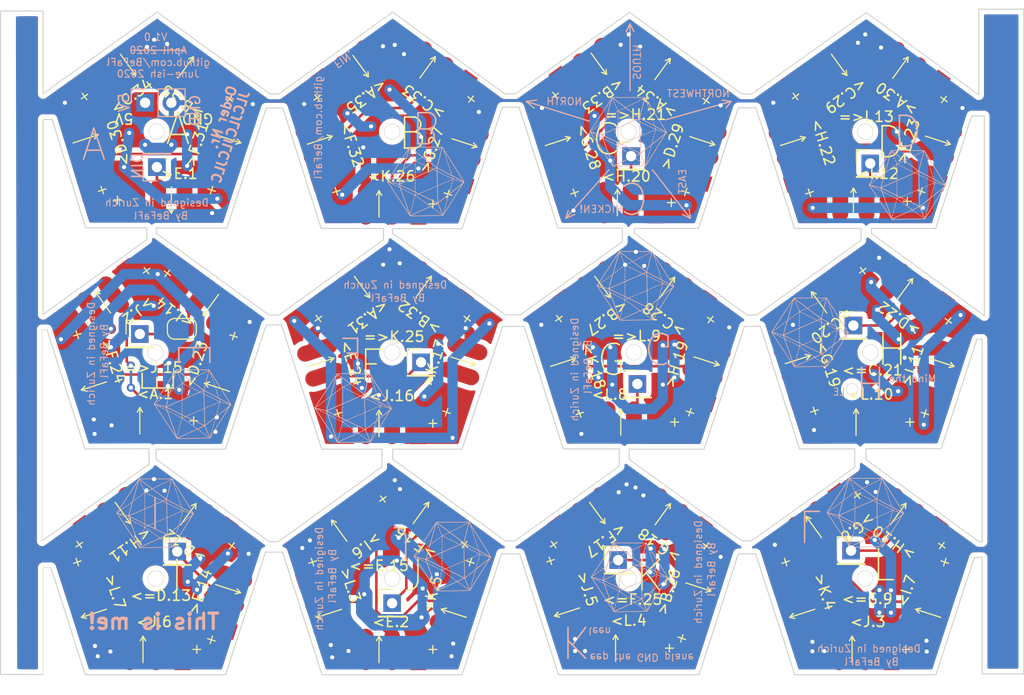
<source format=kicad_pcb>
(kicad_pcb (version 20200518) (host pcbnew "(5.99.0-1842-g6eb2a1e56)")
  (layers (0 "F.Cu" signal) (31 "B.Cu" signal) (34 "B.Paste" user) (35 "F.Paste" user hide) (36 "B.SilkS" user) (37 "F.SilkS" user) (38 "B.Mask" user hide) (39 "F.Mask" user) (44 "Edge.Cuts" user))
  (net 0 "")
  (net 1 "GND")
  (net 2 "+5V")
  (net 3 "Net-(<C.34-Pad2)")
  (net 4 "Net-(<D.30-Pad2)")
  (net 5 "Net-(>E.1-Pad2)")
  (net 6 "Net-(<A.1-Pad2)")
  (net 7 "Net-(<D.23-Pad2)")
  (net 8 "Net-(<I.14-Pad2)")
  (net 9 "Net-(<A.31-Pad2)")
  (net 10 "Net-(<E.2-Pad2)")
  (net 11 "Net-(<F.17-Pad2)")
  (net 12 "Net-(<H.11-Pad2)")
  (net 13 "Net-(<I.7-Pad2)")
  (net 14 "Net-(<J.3-Pad2)")
  (net 15 "Net-(<J.6-Pad2)")
  (net 16 "Net-(<K.5-Pad2)")
  (net 17 "Net-(<L.4-Pad2)")
  (net 18 "Net-(<=F.25-Pad1)")
  (net 19 "Net-(<=D.13-Pad1)")
  (net 20 "Net-(<=E.15-Pad1)")
  (net 21 "Net-(<=G.9-Pad1)")
  (net 22 "Net-(<A.35-Pad2)")
  (net 23 "Net-(<B.27-Pad2)")
  (net 24 "Net-(<B.33-Pad2)")
  (net 25 "Net-(<C.29-Pad2)")
  (net 26 "Net-(<E.24-Pad2)")
  (net 27 "Net-(<F.32-Pad2)")
  (net 28 "Net-(<G.19-Pad2)")
  (net 29 "Net-(<G.28-Pad2)")
  (net 30 "Net-(<H.20-Pad2)")
  (net 31 "Net-(<H.22-Pad2)")
  (net 32 "Net-(<I.12-Pad2)")
  (net 33 "Net-(<J.16-Pad2)")
  (net 34 "Net-(<K.18-Pad2)")
  (net 35 "Net-(<K.26-Pad2)")
  (net 36 "Net-(<L.10-Pad2)")
  (net 37 "Net-(<L.8-Pad2)")
  (net 38 "Net-(=>J.15-Pad1)")
  (net 39 "Net-(<=C.21-Pad1)")
  (module "IkosaederFootprints:LED-Strip" (layer "F.Cu") (at 110.617 81.407 144)
    (fp_text reference ">B.35" (at -0.449836 -2.876864 144 unlocked) (layer "F.SilkS"))
    (fp_text value "LEDs_Out" hide)
    (pad "3" connect oval (at 2.54 0 144) (size 1.524 4) (layers "F.Cu" "F.Mask") (net 1 "GND"))
    (pad "2" connect oval (at 0 0 144) (size 1.524 4) (layers "F.Cu" "F.Mask") (net 3 "Net-(<C.34-Pad2)"))
    (pad "1" connect rect (at -2.54 0 144) (size 1.524 4) (layers "F.Cu" "F.Mask") (net 2 "+5V"))
  )
  (module "Connector_PinHeader_2.54mm:PinHeader_1x01_P2.54mm_Vertical" (layer "F.Cu") (at 175.7426 89.9414)
    (fp_text reference "=>I.13" (at -0.381 -4.5212) (layer "F.SilkS"))
    (fp_text value "Conn_01x01_Male")
    (pad "1" thru_hole rect (at 0 0) (size 1.7 1.7) (drill 1) (layers *.Cu *.Mask) (net 32 "Net-(<I.12-Pad2)"))
  )
  (module "IkosaederFootprints:LED-Strip" (layer "F.Cu") (at 159.128503 88.948116 72)
    (fp_text reference ">D.29" (at -0.180982 -2.611909 72 unlocked) (layer "F.SilkS"))
    (fp_text value "LEDs_Out" hide)
    (pad "3" connect oval (at 2.54 0 72) (size 1.524 4) (layers "F.Cu" "F.Mask") (net 1 "GND"))
    (pad "2" connect oval (at 0 0 72) (size 1.524 4) (layers "F.Cu" "F.Mask") (net 29 "Net-(<G.28-Pad2)"))
    (pad "1" connect rect (at -2.54 0 72) (size 1.524 4) (layers "F.Cu" "F.Mask") (net 2 "+5V"))
  )
  (module "Jumper:SolderJumper-2_P1.3mm_Bridged_RoundedPad1.0x1.5mm" (layer "F.Cu") (at 109.22 105.918 180)
    (fp_text reference "JP1" hide)
    (fp_text value "SolderJumper_2_Bridged")
    (fp_poly (pts (xy 0.25 -0.3) (xy -0.25 -0.3) (xy -0.25 0.3) (xy 0.25 0.3)) (layer "F.Cu") (width 0))
    (pad "1" smd custom (at -0.65 0 180) (size 1 0.5) (layers "F.Cu" "F.Mask") (net 8 "Net-(<I.14-Pad2)") (options (clearance outline) (anchor rect)) (primitives (gr_circle (center 0 0.25) (end 0.5 0.25) (width 0)) (gr_circle (center 0 -0.25) (end 0.5 -0.25) (width 0)) (gr_poly (pts (xy 0 -0.75) (xy 0.5 -0.75) (xy 0.5 0.75) (xy 0 0.75)) (width 0))))
    (pad "2" smd custom (at 0.65 0 180) (size 1 0.5) (layers "F.Cu" "F.Mask") (net 38 "Net-(=>J.15-Pad1)") (options (clearance outline) (anchor rect)) (primitives (gr_circle (center 0 0.25) (end 0.5 0.25) (width 0)) (gr_circle (center 0 -0.25) (end 0.5 -0.25) (width 0)) (gr_poly (pts (xy 0 -0.75) (xy -0.5 -0.75) (xy -0.5 0.75) (xy 0 0.75)) (width 0))))
  )
  (module "IkosaederFootprints:LED-Strip" (layer "F.Cu") (at 100.33 132.207 -72)
    (fp_text reference ">L.7" (at -0.089839 -2.609055 -72 unlocked) (layer "F.SilkS"))
    (fp_text value "LEDs_Out" hide)
    (pad "3" connect oval (at 2.54 0 288) (size 1.524 4) (layers "F.Cu" "F.Mask") (net 1 "GND"))
    (pad "2" connect oval (at 0 0 288) (size 1.524 4) (layers "F.Cu" "F.Mask") (net 15 "Net-(<J.6-Pad2)"))
    (pad "1" connect rect (at -2.54 0 288) (size 1.524 4) (layers "F.Cu" "F.Mask") (net 2 "+5V"))
  )
  (module "IkosaederFootprints:LED-Strip" (layer "F.Cu") (at 123.063 132.207 -72)
    (fp_text reference ">L.3" (at -0.69376 -2.805281 -72 unlocked) (layer "F.SilkS"))
    (fp_text value "LEDs_Out" hide)
    (pad "3" connect oval (at 2.54 0 288) (size 1.524 4) (layers "F.Cu" "F.Mask") (net 1 "GND"))
    (pad "2" connect oval (at 0 0 288) (size 1.524 4) (layers "F.Cu" "F.Mask") (net 10 "Net-(<E.2-Pad2)"))
    (pad "1" connect rect (at -2.54 0 288) (size 1.524 4) (layers "F.Cu" "F.Mask") (net 2 "+5V"))
  )
  (module "IkosaederFootprints:LED-Strip" (layer "F.Cu") (at 168.783 132.207 -72)
    (fp_text reference ">K.4" (at -0.04244 -2.713836 -72 unlocked) (layer "F.SilkS"))
    (fp_text value "LEDs_Out" hide)
    (pad "3" connect oval (at 2.54 0 288) (size 1.524 4) (layers "F.Cu" "F.Mask") (net 1 "GND"))
    (pad "2" connect oval (at 0 0 288) (size 1.524 4) (layers "F.Cu" "F.Mask") (net 14 "Net-(<J.3-Pad2)"))
    (pad "1" connect rect (at -2.54 0 288) (size 1.524 4) (layers "F.Cu" "F.Mask") (net 2 "+5V"))
  )
  (module "IkosaederFootprints:LED-Strip" (layer "F.Cu") (at 136.017 110.236 72)
    (fp_text reference ">K.17" (at 0.213538 -2.630643 72 unlocked) (layer "F.SilkS"))
    (fp_text value "LEDs_Out" hide)
    (pad "3" connect oval (at 2.54 0 72) (size 1.524 4) (layers "F.Cu" "F.Mask") (net 1 "GND"))
    (pad "2" connect oval (at 0 0 72) (size 1.524 4) (layers "F.Cu" "F.Mask") (net 33 "Net-(<J.16-Pad2)"))
    (pad "1" connect rect (at -2.54 0 72) (size 1.524 4) (layers "F.Cu" "F.Mask") (net 2 "+5V"))
  )
  (module "IkosaederFootprints:LED-Strip" (layer "F.Cu") (at 146.05 132.08 -72)
    (fp_text reference ">J.5" (at -0.240238 -2.548469 -72 unlocked) (layer "F.SilkS"))
    (fp_text value "LEDs_Out" hide)
    (pad "3" connect oval (at 2.54 0 288) (size 1.524 4) (layers "F.Cu" "F.Mask") (net 1 "GND"))
    (pad "2" connect oval (at 0 0 288) (size 1.524 4) (layers "F.Cu" "F.Mask") (net 17 "Net-(<L.4-Pad2)"))
    (pad "1" connect rect (at -2.54 0 288) (size 1.524 4) (layers "F.Cu" "F.Mask") (net 2 "+5V"))
  )
  (module "IkosaederFootprints:LED-Strip" (layer "F.Cu") (at 102.616 102.616 -144)
    (fp_text reference ">J.2" (at -1.005294 -2.652505 -144 unlocked) (layer "F.SilkS"))
    (fp_text value "LEDs_Out" hide)
    (pad "3" connect oval (at 2.54 0 216) (size 1.524 4) (layers "F.Cu" "F.Mask") (net 1 "GND"))
    (pad "2" connect oval (at 0 0 216) (size 1.524 4) (layers "F.Cu" "F.Mask") (net 6 "Net-(<A.1-Pad2)"))
    (pad "1" connect rect (at -2.54 0 216) (size 1.524 4) (layers "F.Cu" "F.Mask") (net 2 "+5V"))
  )
  (module "IkosaederFootprints:LED-Strip" (layer "F.Cu") (at 125.453097 124.682975 -144)
    (fp_text reference ">I.6" (at -0.015579 -2.718339 -144 unlocked) (layer "F.SilkS"))
    (fp_text value "LEDs_Out" hide)
    (pad "3" connect oval (at 2.54 0 216) (size 1.524 4) (layers "F.Cu" "F.Mask") (net 1 "GND"))
    (pad "2" connect oval (at 0 0 216) (size 1.524 4) (layers "F.Cu" "F.Mask") (net 16 "Net-(<K.5-Pad2)"))
    (pad "1" connect rect (at -2.54 0 216) (size 1.524 4) (layers "F.Cu" "F.Mask") (net 2 "+5V"))
  )
  (module "IkosaederFootprints:LED-Strip" (layer "F.Cu") (at 182.245 110.363 72)
    (fp_text reference ">I.11" (at 0.099831 -2.569615 72 unlocked) (layer "F.SilkS"))
    (fp_text value "LEDs_Out" hide)
    (pad "3" connect oval (at 2.54 0 72) (size 1.524 4) (layers "F.Cu" "F.Mask") (net 1 "GND"))
    (pad "2" connect oval (at 0 0 72) (size 1.524 4) (layers "F.Cu" "F.Mask") (net 36 "Net-(<L.10-Pad2)"))
    (pad "1" connect rect (at -2.54 0 72) (size 1.524 4) (layers "F.Cu" "F.Mask") (net 2 "+5V"))
  )
  (module "IkosaederFootprints:LED-Strip" (layer "F.Cu") (at 159.534903 110.233316 72)
    (fp_text reference ">H.19" (at 0.042489 -2.67916 72 unlocked) (layer "F.SilkS"))
    (fp_text value "LEDs_Out" hide)
    (pad "3" connect oval (at 2.54 0 72) (size 1.524 4) (layers "F.Cu" "F.Mask") (net 1 "GND"))
    (pad "2" connect oval (at 0 0 72) (size 1.524 4) (layers "F.Cu" "F.Mask") (net 34 "Net-(<K.18-Pad2)"))
    (pad "1" connect rect (at -2.54 0 72) (size 1.524 4) (layers "F.Cu" "F.Mask") (net 2 "+5V"))
  )
  (module "IkosaederFootprints:LED-Strip" (layer "F.Cu") (at 179.473903 124.555975 144)
    (fp_text reference ">H.10" (at -0.01281 -2.502383 144 unlocked) (layer "F.SilkS"))
    (fp_text value "LEDs_Out" hide)
    (pad "3" connect oval (at 2.54 0 144) (size 1.524 4) (layers "F.Cu" "F.Mask") (net 1 "GND"))
    (pad "2" connect oval (at 0 0 144) (size 1.524 4) (layers "F.Cu" "F.Mask") (net 21 "Net-(<=G.9-Pad1)"))
    (pad "1" connect rect (at -2.54 0 144) (size 1.524 4) (layers "F.Cu" "F.Mask") (net 2 "+5V"))
  )
  (module "IkosaederFootprints:LED-Strip" (layer "F.Cu") (at 171.323 124.333 -144)
    (fp_text reference ">G.8" (at -2.121029 -2.521251 -144 unlocked) (layer "F.SilkS"))
    (fp_text value "LEDs_Out" hide)
    (pad "3" connect oval (at 2.54 0 216) (size 1.524 4) (layers "F.Cu" "F.Mask") (net 1 "GND"))
    (pad "2" connect oval (at 0 0 216) (size 1.524 4) (layers "F.Cu" "F.Mask") (net 13 "Net-(<I.7-Pad2)"))
    (pad "1" connect rect (at -2.54 0 216) (size 1.524 4) (layers "F.Cu" "F.Mask") (net 2 "+5V"))
  )
  (module "IkosaederFootprints:LED-Strip" (layer "F.Cu") (at 136.144 89.154 72)
    (fp_text reference ">G.27" (at -0.380257 -2.814233 72 unlocked) (layer "F.SilkS"))
    (fp_text value "LEDs_Out" hide)
    (pad "3" connect oval (at 2.54 0 72) (size 1.524 4) (layers "F.Cu" "F.Mask") (net 1 "GND"))
    (pad "2" connect oval (at 0 0 72) (size 1.524 4) (layers "F.Cu" "F.Mask") (net 35 "Net-(<K.26-Pad2)"))
    (pad "1" connect rect (at -2.54 0 72) (size 1.524 4) (layers "F.Cu" "F.Mask") (net 2 "+5V"))
  )
  (module "IkosaederFootprints:LED-Strip" (layer "F.Cu") (at 156.718 124.587 144)
    (fp_text reference ">G.18" (at -0.213773 -2.631987 144 unlocked) (layer "F.SilkS"))
    (fp_text value "LEDs_Out" hide)
    (pad "3" connect oval (at 2.54 0 144) (size 1.524 4) (layers "F.Cu" "F.Mask") (net 1 "GND"))
    (pad "2" connect oval (at 0 0 144) (size 1.524 4) (layers "F.Cu" "F.Mask") (net 11 "Net-(<F.17-Pad2)"))
    (pad "1" connect rect (at -2.54 0 144) (size 1.524 4) (layers "F.Cu" "F.Mask") (net 2 "+5V"))
  )
  (module "IkosaederFootprints:LED-Strip" (layer "F.Cu") (at 100.33 110.236 -72)
    (fp_text reference ">F.24" (at -0.441037 -2.546944 -72 unlocked) (layer "F.SilkS"))
    (fp_text value "LEDs_Out" hide)
    (pad "3" connect oval (at 2.54 0 288) (size 1.524 4) (layers "F.Cu" "F.Mask") (net 1 "GND"))
    (pad "2" connect oval (at 0 0 288) (size 1.524 4) (layers "F.Cu" "F.Mask") (net 7 "Net-(<D.23-Pad2)"))
    (pad "1" connect rect (at -2.54 0 288) (size 1.524 4) (layers "F.Cu" "F.Mask") (net 2 "+5V"))
  )
  (module "IkosaederFootprints:LED-Strip" (layer "F.Cu") (at 133.35 124.46 144)
    (fp_text reference ">F.16" (at 0.001531 -2.629642 144 unlocked) (layer "F.SilkS"))
    (fp_text value "LEDs_Out" hide)
    (pad "3" connect oval (at 2.54 0 144) (size 1.524 4) (layers "F.Cu" "F.Mask") (net 1 "GND"))
    (pad "2" connect oval (at 0 0 144) (size 1.524 4) (layers "F.Cu" "F.Mask") (net 20 "Net-(<=E.15-Pad1)"))
    (pad "1" connect rect (at -2.54 0 144) (size 1.524 4) (layers "F.Cu" "F.Mask") (net 2 "+5V"))
  )
  (module "IkosaederFootprints:LED-Strip" (layer "F.Cu") (at 181.886903 88.897316 72)
    (fp_text reference ">E.23" (at 0.251755 -2.709828 72 unlocked) (layer "F.SilkS"))
    (fp_text value "LEDs_Out" hide)
    (pad "3" connect oval (at 2.54 0 72) (size 1.524 4) (layers "F.Cu" "F.Mask") (net 1 "GND"))
    (pad "2" connect oval (at 0 0 72) (size 1.524 4) (layers "F.Cu" "F.Mask") (net 31 "Net-(<H.22-Pad2)"))
    (pad "1" connect rect (at -2.54 0 72) (size 1.524 4) (layers "F.Cu" "F.Mask") (net 2 "+5V"))
  )
  (module "IkosaederFootprints:LED-Strip" (layer "F.Cu") (at 113.284 132.2324 72)
    (fp_text reference ">E.14" (at 0.139076 -2.448831 72 unlocked) (layer "F.SilkS"))
    (fp_text value "LEDs_Out" hide)
    (pad "3" connect oval (at 2.54 0 72) (size 1.524 4) (layers "F.Cu" "F.Mask") (net 1 "GND"))
    (pad "2" connect oval (at 0 0 72) (size 1.524 4) (layers "F.Cu" "F.Mask") (net 19 "Net-(<=D.13-Pad1)"))
    (pad "1" connect rect (at -2.54 0 72) (size 1.524 4) (layers "F.Cu" "F.Mask") (net 2 "+5V"))
  )
  (module "IkosaederFootprints:LED-Strip" (layer "F.Cu") (at 180.108903 102.838975 144)
    (fp_text reference ">D.22" (at 0.05261 -2.628404 144 unlocked) (layer "F.SilkS"))
    (fp_text value "LEDs_Out" hide)
    (pad "3" connect oval (at 2.54 0 144) (size 1.524 4) (layers "F.Cu" "F.Mask") (net 1 "GND"))
    (pad "2" connect oval (at 0 0 144) (size 1.524 4) (layers "F.Cu" "F.Mask") (net 39 "Net-(<=C.21-Pad1)"))
    (pad "1" connect rect (at -2.54 0 144) (size 1.524 4) (layers "F.Cu" "F.Mask") (net 2 "+5V"))
  )
  (module "IkosaederFootprints:LED-Strip" (layer "F.Cu") (at 110.871 124.587 144)
    (fp_text reference ">D.12" (at -0.250805 -2.721921 144 unlocked) (layer "F.SilkS"))
    (fp_text value "LEDs_Out" hide)
    (pad "3" connect oval (at 2.54 0 144) (size 1.524 4) (layers "F.Cu" "F.Mask") (net 1 "GND"))
    (pad "2" connect oval (at 0 0 144) (size 1.524 4) (layers "F.Cu" "F.Mask") (net 12 "Net-(<H.11-Pad2)"))
    (pad "1" connect rect (at -2.54 0 144) (size 1.524 4) (layers "F.Cu" "F.Mask") (net 2 "+5V"))
  )
  (module "IkosaederFootprints:LED-Strip" (layer "F.Cu") (at 133.985 81.407 144)
    (fp_text reference ">C.33" (at -0.381014 -2.901139 144 unlocked) (layer "F.SilkS"))
    (fp_text value "LEDs_Out" hide)
    (pad "3" connect oval (at 2.54 0 144) (size 1.524 4) (layers "F.Cu" "F.Mask") (net 1 "GND"))
    (pad "2" connect oval (at 0 0 144) (size 1.524 4) (layers "F.Cu" "F.Mask") (net 27 "Net-(<F.32-Pad2)"))
    (pad "1" connect rect (at -2.54 0 144) (size 1.524 4) (layers "F.Cu" "F.Mask") (net 2 "+5V"))
  )
  (module "IkosaederFootprints:LED-Strip" (layer "F.Cu") (at 157.121903 102.711975 144)
    (fp_text reference ">C.28" (at -0.287766 -2.650476 144 unlocked) (layer "F.SilkS"))
    (fp_text value "LEDs_Out" hide)
    (pad "3" connect oval (at 2.54 0 144) (size 1.524 4) (layers "F.Cu" "F.Mask") (net 1 "GND"))
    (pad "2" connect oval (at 0 0 144) (size 1.524 4) (layers "F.Cu" "F.Mask") (net 23 "Net-(<B.27-Pad2)"))
    (pad "1" connect rect (at -2.54 0 144) (size 1.524 4) (layers "F.Cu" "F.Mask") (net 2 "+5V"))
  )
  (module "IkosaederFootprints:LED-Strip" (layer "F.Cu") (at 171.831 102.616 -144)
    (fp_text reference ">C.20" (at 1.637452 -2.577857 -144 unlocked) (layer "F.SilkS"))
    (fp_text value "LEDs_Out" hide)
    (pad "3" connect oval (at 2.54 0 216) (size 1.524 4) (layers "F.Cu" "F.Mask") (net 1 "GND"))
    (pad "2" connect oval (at 0 0 216) (size 1.524 4) (layers "F.Cu" "F.Mask") (net 28 "Net-(<G.19-Pad2)"))
    (pad "1" connect rect (at -2.54 0 216) (size 1.524 4) (layers "F.Cu" "F.Mask") (net 2 "+5V"))
  )
  (module "IkosaederFootprints:LED-Strip" (layer "F.Cu") (at 133.604 102.616 144)
    (fp_text reference ">B.32" (at -0.125076 -2.617939 144 unlocked) (layer "F.SilkS"))
    (fp_text value "LEDs_Out" hide)
    (pad "3" connect oval (at 2.54 0 144) (size 1.524 4) (layers "F.Cu" "F.Mask") (net 1 "GND"))
    (pad "2" connect oval (at 0 0 144) (size 1.524 4) (layers "F.Cu" "F.Mask") (net 9 "Net-(<A.31-Pad2)"))
    (pad "1" connect rect (at -2.54 0 144) (size 1.524 4) (layers "F.Cu" "F.Mask") (net 2 "+5V"))
  )
  (module "IkosaederFootprints:LED-Strip" (layer "F.Cu") (at 158.75 132.08 72)
    (fp_text reference ">B.26" (at -0.050206 -2.611715 72 unlocked) (layer "F.SilkS"))
    (fp_text value "LEDs_Out" hide)
    (pad "3" connect oval (at 2.54 0 72) (size 1.524 4) (layers "F.Cu" "F.Mask") (net 1 "GND"))
    (pad "2" connect oval (at 0 0 72) (size 1.524 4) (layers "F.Cu" "F.Mask") (net 18 "Net-(<=F.25-Pad1)"))
    (pad "1" connect rect (at -2.54 0 72) (size 1.524 4) (layers "F.Cu" "F.Mask") (net 2 "+5V"))
  )
  (module "IkosaederFootprints:LED-Strip" (layer "F.Cu") (at 156.695097 81.565025 144)
    (fp_text reference ">A.34" (at -0.045022 -2.909781 144 unlocked) (layer "F.SilkS"))
    (fp_text value "LEDs_Out" hide)
    (pad "3" connect oval (at 2.54 0 144) (size 1.524 4) (layers "F.Cu" "F.Mask") (net 1 "GND"))
    (pad "2" connect oval (at 0 0 144) (size 1.524 4) (layers "F.Cu" "F.Mask") (net 24 "Net-(<B.33-Pad2)"))
    (pad "1" connect rect (at -2.54 0 144) (size 1.524 4) (layers "F.Cu" "F.Mask") (net 2 "+5V"))
  )
  (module "IkosaederFootprints:LED-Strip" (layer "F.Cu") (at 179.682097 81.438025 144)
    (fp_text reference ">A.30" (at -0.175863 -2.657738 144 unlocked) (layer "F.SilkS"))
    (fp_text value "LEDs_Out" hide)
    (pad "3" connect oval (at 2.54 0 144) (size 1.524 4) (layers "F.Cu" "F.Mask") (net 1 "GND"))
    (pad "2" connect oval (at 0 0 144) (size 1.524 4) (layers "F.Cu" "F.Mask") (net 25 "Net-(<C.29-Pad2)"))
    (pad "1" connect rect (at -2.54 0 144) (size 1.524 4) (layers "F.Cu" "F.Mask") (net 2 "+5V"))
  )
  (module "Connector_PinHeader_2.54mm:PinHeader_1x01_P2.54mm_Vertical" (layer "F.Cu") (at 153.2382 111.252)
    (fp_text reference "=>L.9" (at -0.0762 -4.6355) (layer "F.SilkS"))
    (fp_text value "Conn_01x01_Male")
    (pad "1" thru_hole rect (at 0 0) (size 1.7 1.7) (drill 1) (layers *.Cu *.Mask) (net 37 "Net-(<L.8-Pad2)"))
  )
  (module "Connector_PinHeader_2.54mm:PinHeader_1x01_P2.54mm_Vertical" (layer "F.Cu") (at 132.334 109.1565)
    (fp_text reference "=>K.25" (at -2.6035 -2.4765) (layer "F.SilkS"))
    (fp_text value "Conn_01x01_Male")
    (pad "1" thru_hole rect (at 0 0) (size 1.7 1.7) (drill 1) (layers *.Cu *.Mask) (net 26 "Net-(<E.24-Pad2)"))
  )
  (module "Connector_PinHeader_2.54mm:PinHeader_1x01_P2.54mm_Vertical" (layer "F.Cu") (at 105.156 106.426)
    (fp_text reference "=>J.15" (at 1.3335 3.2385) (layer "F.SilkS"))
    (fp_text value "Conn_01x01_Male")
    (pad "1" thru_hole rect (at 0 0) (size 1.7 1.7) (drill 1) (layers *.Cu *.Mask) (net 38 "Net-(=>J.15-Pad1)"))
  )
  (module "Connector_PinHeader_2.54mm:PinHeader_1x01_P2.54mm_Vertical" (layer "F.Cu") (at 152.6286 89.2302)
    (fp_text reference "=>H.21" (at 0.4318 -4.0132) (layer "F.SilkS"))
    (fp_text value "Conn_01x01_Male")
    (pad "1" thru_hole rect (at 0 0) (size 1.7 1.7) (drill 1) (layers *.Cu *.Mask) (net 30 "Net-(<H.20-Pad2)"))
  )
  (module "IkosaederFootprints:LED-Strip" (layer "F.Cu") (at 152.908 114.935 180)
    (fp_text reference "<L.8" (at 2.3495 2.667 unlocked) (layer "F.SilkS"))
    (fp_text value "LEDs_In" hide)
    (pad "3" connect oval (at 2.54 0 180) (size 1.524 4) (layers "F.Cu" "F.Mask") (net 1 "GND"))
    (pad "2" connect oval (at 0 0 180) (size 1.524 4) (layers "F.Cu" "F.Mask") (net 37 "Net-(<L.8-Pad2)"))
    (pad "1" connect rect (at -2.54 0 180) (size 1.524 4) (layers "F.Cu" "F.Mask") (net 2 "+5V"))
  )
  (module "IkosaederFootprints:LED-Strip" (layer "F.Cu") (at 152.4 136.779 180)
    (fp_text reference "<L.4" (at 0 2.667 unlocked) (layer "F.SilkS"))
    (fp_text value "LEDs_In" hide)
    (pad "3" connect oval (at 2.54 0 180) (size 1.524 4) (layers "F.Cu" "F.Mask") (net 1 "GND"))
    (pad "2" connect oval (at 0 0 180) (size 1.524 4) (layers "F.Cu" "F.Mask") (net 17 "Net-(<L.4-Pad2)"))
    (pad "1" connect rect (at -2.54 0 180) (size 1.524 4) (layers "F.Cu" "F.Mask") (net 2 "+5V"))
  )
  (module "IkosaederFootprints:LED-Strip" (layer "F.Cu") (at 175.641 114.935 180)
    (fp_text reference "<L.10" (at -0.127 2.6797 unlocked) (layer "F.SilkS"))
    (fp_text value "LEDs_In" hide)
    (pad "3" connect oval (at 2.54 0 180) (size 1.524 4) (layers "F.Cu" "F.Mask") (net 1 "GND"))
    (pad "2" connect oval (at 0 0 180) (size 1.524 4) (layers "F.Cu" "F.Mask") (net 36 "Net-(<L.10-Pad2)"))
    (pad "1" connect rect (at -2.54 0 180) (size 1.524 4) (layers "F.Cu" "F.Mask") (net 2 "+5V"))
  )
  (module "IkosaederFootprints:LED-Strip" (layer "F.Cu") (at 135.89 132.207 -108)
    (fp_text reference "<K.5" (at 0.17099 2.57247 72 unlocked) (layer "F.SilkS"))
    (fp_text value "LEDs_In" hide)
    (pad "3" connect oval (at 2.54 0 252) (size 1.524 4) (layers "F.Cu" "F.Mask") (net 1 "GND"))
    (pad "2" connect oval (at 0 0 252) (size 1.524 4) (layers "F.Cu" "F.Mask") (net 16 "Net-(<K.5-Pad2)"))
    (pad "1" connect rect (at -2.54 0 252) (size 1.524 4) (layers "F.Cu" "F.Mask") (net 2 "+5V"))
  )
  (module "IkosaederFootprints:LED-Strip" (layer "F.Cu") (at 129.54 93.853 180)
    (fp_text reference "<K.26" (at 0.0635 2.667 unlocked) (layer "F.SilkS"))
    (fp_text value "LEDs_In" hide)
    (pad "3" connect oval (at 2.54 0 180) (size 1.524 4) (layers "F.Cu" "F.Mask") (net 1 "GND"))
    (pad "2" connect oval (at 0 0 180) (size 1.524 4) (layers "F.Cu" "F.Mask") (net 35 "Net-(<K.26-Pad2)"))
    (pad "1" connect rect (at -2.54 0 180) (size 1.524 4) (layers "F.Cu" "F.Mask") (net 2 "+5V"))
  )
  (module "IkosaederFootprints:LED-Strip" (layer "F.Cu") (at 146.453903 110.365684 108)
    (fp_text reference "<K.18" (at 0.000194 2.670777 288 unlocked) (layer "F.SilkS"))
    (fp_text value "LEDs_In" hide)
    (pad "3" connect oval (at 2.54 0 108) (size 1.524 4) (layers "F.Cu" "F.Mask") (net 1 "GND"))
    (pad "2" connect oval (at 0 0 108) (size 1.524 4) (layers "F.Cu" "F.Mask") (net 34 "Net-(<K.18-Pad2)"))
    (pad "1" connect rect (at -2.54 0 108) (size 1.524 4) (layers "F.Cu" "F.Mask") (net 2 "+5V"))
  )
  (module "IkosaederFootprints:LED-Strip" (layer "F.Cu") (at 106.7308 136.906 180)
    (fp_text reference "<J.6" (at 0.1905 2.667 unlocked) (layer "F.SilkS"))
    (fp_text value "LEDs_In" hide)
    (pad "3" connect oval (at 2.54 0 180) (size 1.524 4) (layers "F.Cu" "F.Mask") (net 1 "GND"))
    (pad "2" connect oval (at 0 0 180) (size 1.524 4) (layers "F.Cu" "F.Mask") (net 15 "Net-(<J.6-Pad2)"))
    (pad "1" connect rect (at -2.54 0 180) (size 1.524 4) (layers "F.Cu" "F.Mask") (net 2 "+5V"))
  )
  (module "IkosaederFootprints:LED-Strip" (layer "F.Cu") (at 175.26 136.906 180)
    (fp_text reference "<J.3" (at -0.254 2.6797 unlocked) (layer "F.SilkS"))
    (fp_text value "LEDs_In" hide)
    (pad "3" connect oval (at 2.54 0 180) (size 1.524 4) (layers "F.Cu" "F.Mask") (net 1 "GND"))
    (pad "2" connect oval (at 0 0 180) (size 1.524 4) (layers "F.Cu" "F.Mask") (net 14 "Net-(<J.3-Pad2)"))
    (pad "1" connect rect (at -2.54 0 180) (size 1.524 4) (layers "F.Cu" "F.Mask") (net 2 "+5V"))
  )
  (module "IkosaederFootprints:LED-Strip" (layer "F.Cu") (at 129.54 115.062 180)
    (fp_text reference "<J.16" (at 0.0635 2.667 unlocked) (layer "F.SilkS"))
    (fp_text value "LEDs_In" hide)
    (pad "3" connect oval (at 2.54 0 180) (size 1.524 4) (layers "F.Cu" "F.Mask") (net 1 "GND"))
    (pad "2" connect oval (at 0 0 180) (size 1.524 4) (layers "F.Cu" "F.Mask") (net 33 "Net-(<J.16-Pad2)"))
    (pad "1" connect rect (at -2.54 0 180) (size 1.524 4) (layers "F.Cu" "F.Mask") (net 2 "+5V"))
  )
  (module "IkosaederFootprints:LED-Strip" (layer "F.Cu") (at 181.737 132.207 -108)
    (fp_text reference "<I.7" (at -0.140601 2.64963 72 unlocked) (layer "F.SilkS"))
    (fp_text value "LEDs_In" hide)
    (pad "3" connect oval (at 2.54 0 252) (size 1.524 4) (layers "F.Cu" "F.Mask") (net 1 "GND"))
    (pad "2" connect oval (at 0 0 252) (size 1.524 4) (layers "F.Cu" "F.Mask") (net 13 "Net-(<I.7-Pad2)"))
    (pad "1" connect rect (at -2.54 0 252) (size 1.524 4) (layers "F.Cu" "F.Mask") (net 2 "+5V"))
  )
  (module "IkosaederFootprints:LED-Strip" (layer "F.Cu") (at 110.998 102.87 -36)
    (fp_text reference "<I.14" (at -1.107453 2.65003 144 unlocked) (layer "F.SilkS"))
    (fp_text value "LEDs_In" hide)
    (pad "3" connect oval (at 2.54 0 324) (size 1.524 4) (layers "F.Cu" "F.Mask") (net 1 "GND"))
    (pad "2" connect oval (at 0 0 324) (size 1.524 4) (layers "F.Cu" "F.Mask") (net 8 "Net-(<I.14-Pad2)"))
    (pad "1" connect rect (at -2.54 0 324) (size 1.524 4) (layers "F.Cu" "F.Mask") (net 2 "+5V"))
  )
  (module "IkosaederFootprints:LED-Strip" (layer "F.Cu") (at 175.387 93.599 180)
    (fp_text reference "<I.12" (at -1.0795 2.667 unlocked) (layer "F.SilkS"))
    (fp_text value "LEDs_In" hide)
    (pad "3" connect oval (at 2.54 0 180) (size 1.524 4) (layers "F.Cu" "F.Mask") (net 1 "GND"))
    (pad "2" connect oval (at 0 0 180) (size 1.524 4) (layers "F.Cu" "F.Mask") (net 32 "Net-(<I.12-Pad2)"))
    (pad "1" connect rect (at -2.54 0 180) (size 1.524 4) (layers "F.Cu" "F.Mask") (net 2 "+5V"))
  )
  (module "IkosaederFootprints:LED-Strip" (layer "F.Cu") (at 168.656 89.027 108)
    (fp_text reference "<H.22" (at 0.302154 2.76889 288 unlocked) (layer "F.SilkS"))
    (fp_text value "LEDs_In" hide)
    (pad "3" connect oval (at 2.54 0 108) (size 1.524 4) (layers "F.Cu" "F.Mask") (net 1 "GND"))
    (pad "2" connect oval (at 0 0 108) (size 1.524 4) (layers "F.Cu" "F.Mask") (net 31 "Net-(<H.22-Pad2)"))
    (pad "1" connect rect (at -2.54 0 108) (size 1.524 4) (layers "F.Cu" "F.Mask") (net 2 "+5V"))
  )
  (module "IkosaederFootprints:LED-Strip" (layer "F.Cu") (at 152.5778 93.726 180)
    (fp_text reference "<H.20" (at 0.381 2.54 unlocked) (layer "F.SilkS"))
    (fp_text value "LEDs_In" hide)
    (pad "3" connect oval (at 2.54 0 180) (size 1.524 4) (layers "F.Cu" "F.Mask") (net 1 "GND"))
    (pad "2" connect oval (at 0 0 180) (size 1.524 4) (layers "F.Cu" "F.Mask") (net 30 "Net-(<H.20-Pad2)"))
    (pad "1" connect rect (at -2.54 0 180) (size 1.524 4) (layers "F.Cu" "F.Mask") (net 2 "+5V"))
  )
  (module "IkosaederFootprints:LED-Strip" (layer "F.Cu") (at 102.489 124.46 36)
    (fp_text reference "<H.11" (at 0.057431 2.945868 216 unlocked) (layer "F.SilkS"))
    (fp_text value "LEDs_In" hide)
    (pad "3" connect oval (at 2.54 0 36) (size 1.524 4) (layers "F.Cu" "F.Mask") (net 1 "GND"))
    (pad "2" connect oval (at 0 0 36) (size 1.524 4) (layers "F.Cu" "F.Mask") (net 12 "Net-(<H.11-Pad2)"))
    (pad "1" connect rect (at -2.54 0 36) (size 1.524 4) (layers "F.Cu" "F.Mask") (net 2 "+5V"))
  )
  (module "IkosaederFootprints:LED-Strip" (layer "F.Cu") (at 145.945903 89.029684 108)
    (fp_text reference "<G.28" (at -0.130583 2.670971 288 unlocked) (layer "F.SilkS"))
    (fp_text value "LEDs_In" hide)
    (pad "3" connect oval (at 2.54 0 108) (size 1.524 4) (layers "F.Cu" "F.Mask") (net 1 "GND"))
    (pad "2" connect oval (at 0 0 108) (size 1.524 4) (layers "F.Cu" "F.Mask") (net 29 "Net-(<G.28-Pad2)"))
    (pad "1" connect rect (at -2.54 0 108) (size 1.524 4) (layers "F.Cu" "F.Mask") (net 2 "+5V"))
  )
  (module "IkosaederFootprints:LED-Strip" (layer "F.Cu") (at 169.141097 110.106316 108)
    (fp_text reference "<G.19" (at -0.060198 2.651155 288 unlocked) (layer "F.SilkS"))
    (fp_text value "LEDs_In" hide)
    (pad "3" connect oval (at 2.54 0 108) (size 1.524 4) (layers "F.Cu" "F.Mask") (net 1 "GND"))
    (pad "2" connect oval (at 0 0 108) (size 1.524 4) (layers "F.Cu" "F.Mask") (net 28 "Net-(<G.19-Pad2)"))
    (pad "1" connect rect (at -2.54 0 108) (size 1.524 4) (layers "F.Cu" "F.Mask") (net 2 "+5V"))
  )
  (module "IkosaederFootprints:LED-Strip" (layer "F.Cu") (at 122.936 88.9 108)
    (fp_text reference "<F.32" (at -0.119066 2.832331 288 unlocked) (layer "F.SilkS"))
    (fp_text value "LEDs_In" hide)
    (pad "3" connect oval (at 2.54 0 108) (size 1.524 4) (layers "F.Cu" "F.Mask") (net 1 "GND"))
    (pad "2" connect oval (at 0 0 108) (size 1.524 4) (layers "F.Cu" "F.Mask") (net 27 "Net-(<F.32-Pad2)"))
    (pad "1" connect rect (at -2.54 0 108) (size 1.524 4) (layers "F.Cu" "F.Mask") (net 2 "+5V"))
  )
  (module "IkosaederFootprints:LED-Strip" (layer "F.Cu") (at 148.336 124.46 36)
    (fp_text reference "<F.17" (at 0.407691 2.610773 216 unlocked) (layer "F.SilkS"))
    (fp_text value "LEDs_In" hide)
    (pad "3" connect oval (at 2.54 0 36) (size 1.524 4) (layers "F.Cu" "F.Mask") (net 1 "GND"))
    (pad "2" connect oval (at 0 0 36) (size 1.524 4) (layers "F.Cu" "F.Mask") (net 11 "Net-(<F.17-Pad2)"))
    (pad "1" connect rect (at -2.54 0 36) (size 1.524 4) (layers "F.Cu" "F.Mask") (net 2 "+5V"))
  )
  (module "IkosaederFootprints:LED-Strip" (layer "F.Cu") (at 123.085903 110.365684 108)
    (fp_text reference "<E.24" (at 0.292162 2.808329 288 unlocked) (layer "F.SilkS"))
    (fp_text value "LEDs_In" hide)
    (pad "3" connect oval (at 2.54 0 108) (size 1.524 4) (layers "F.Cu" "F.Mask") (net 1 "GND"))
    (pad "2" connect oval (at 0 0 108) (size 1.524 4) (layers "F.Cu" "F.Mask") (net 26 "Net-(<E.24-Pad2)"))
    (pad "1" connect rect (at -2.54 0 108) (size 1.524 4) (layers "F.Cu" "F.Mask") (net 2 "+5V"))
  )
  (module "IkosaederFootprints:LED-Strip" (layer "F.Cu") (at 129.54 136.906 180)
    (fp_text reference "<E.2" (at 0.127 2.667 unlocked) (layer "F.SilkS"))
    (fp_text value "LEDs_In" hide)
    (pad "3" connect oval (at 2.54 0 180) (size 1.524 4) (layers "F.Cu" "F.Mask") (net 1 "GND"))
    (pad "2" connect oval (at 0 0 180) (size 1.524 4) (layers "F.Cu" "F.Mask") (net 10 "Net-(<E.2-Pad2)"))
    (pad "1" connect rect (at -2.54 0 180) (size 1.524 4) (layers "F.Cu" "F.Mask") (net 2 "+5V"))
  )
  (module "IkosaederFootprints:LED-Strip" (layer "F.Cu") (at 113.007097 110.365684 -108)
    (fp_text reference "<D.23" (at -0.210985 2.629813 72 unlocked) (layer "F.SilkS"))
    (fp_text value "LEDs_In" hide)
    (pad "3" connect oval (at 2.54 0 252) (size 1.524 4) (layers "F.Cu" "F.Mask") (net 1 "GND"))
    (pad "2" connect oval (at 0 0 252) (size 1.524 4) (layers "F.Cu" "F.Mask") (net 7 "Net-(<D.23-Pad2)"))
    (pad "1" connect rect (at -2.54 0 252) (size 1.524 4) (layers "F.Cu" "F.Mask") (net 2 "+5V"))
  )
  (module "IkosaederFootprints:LED-Strip" (layer "F.Cu") (at 171.704 81.153 36)
    (fp_text reference "<C.29" (at 0.04309 2.818609 216 unlocked) (layer "F.SilkS"))
    (fp_text value "LEDs_In" hide)
    (pad "3" connect oval (at 2.54 0 36) (size 1.524 4) (layers "F.Cu" "F.Mask") (net 1 "GND"))
    (pad "2" connect oval (at 0 0 36) (size 1.524 4) (layers "F.Cu" "F.Mask") (net 25 "Net-(<C.29-Pad2)"))
    (pad "1" connect rect (at -2.54 0 36) (size 1.524 4) (layers "F.Cu" "F.Mask") (net 2 "+5V"))
  )
  (module "IkosaederFootprints:LED-Strip" (layer "F.Cu") (at 148.485903 81.057025 36)
    (fp_text reference "<B.33" (at -0.199725 2.720684 216 unlocked) (layer "F.SilkS"))
    (fp_text value "LEDs_In" hide)
    (pad "3" connect oval (at 2.54 0 36) (size 1.524 4) (layers "F.Cu" "F.Mask") (net 1 "GND"))
    (pad "2" connect oval (at 0 0 36) (size 1.524 4) (layers "F.Cu" "F.Mask") (net 24 "Net-(<B.33-Pad2)"))
    (pad "1" connect rect (at -2.54 0 36) (size 1.524 4) (layers "F.Cu" "F.Mask") (net 2 "+5V"))
  )
  (module "IkosaederFootprints:LED-Strip" (layer "F.Cu") (at 148.844 102.616 36)
    (fp_text reference "<B.27" (at -0.099286 2.681978 216 unlocked) (layer "F.SilkS"))
    (fp_text value "LEDs_In" hide)
    (pad "3" connect oval (at 2.54 0 36) (size 1.524 4) (layers "F.Cu" "F.Mask") (net 1 "GND"))
    (pad "2" connect oval (at 0 0 36) (size 1.524 4) (layers "F.Cu" "F.Mask") (net 23 "Net-(<B.27-Pad2)"))
    (pad "1" connect rect (at -2.54 0 36) (size 1.524 4) (layers "F.Cu" "F.Mask") (net 2 "+5V"))
  )
  (module "IkosaederFootprints:LED-Strip" (layer "F.Cu") (at 125.476 81.28 36)
    (fp_text reference "<A.35" (at 0.015286 2.679777 216 unlocked) (layer "F.SilkS"))
    (fp_text value "LEDs_In" hide)
    (pad "3" connect oval (at 2.54 0 36) (size 1.524 4) (layers "F.Cu" "F.Mask") (net 1 "GND"))
    (pad "2" connect oval (at 0 0 36) (size 1.524 4) (layers "F.Cu" "F.Mask") (net 22 "Net-(<A.35-Pad2)"))
    (pad "1" connect rect (at -2.54 0 36) (size 1.524 4) (layers "F.Cu" "F.Mask") (net 2 "+5V"))
  )
  (module "IkosaederFootprints:LED-Strip" (layer "F.Cu") (at 125.603 102.616 36)
    (fp_text reference "<A.31" (at 0.02062 2.715722 216 unlocked) (layer "F.SilkS"))
    (fp_text value "LEDs_In" hide)
    (pad "3" connect oval (at 2.54 0 36) (size 1.524 4) (layers "F.Cu" "F.Mask") (net 1 "GND"))
    (pad "2" connect oval (at 0 0 36) (size 1.524 4) (layers "F.Cu" "F.Mask") (net 9 "Net-(<A.31-Pad2)"))
    (pad "1" connect rect (at -2.54 0 36) (size 1.524 4) (layers "F.Cu" "F.Mask") (net 2 "+5V"))
  )
  (module "IkosaederFootprints:LED-Strip" (layer "F.Cu") (at 106.426 114.808 180)
    (fp_text reference "<A.1" (at -0.1905 2.6035 unlocked) (layer "F.SilkS"))
    (fp_text value "LEDs_In" hide)
    (pad "3" connect oval (at 2.54 0 180) (size 1.524 4) (layers "F.Cu" "F.Mask") (net 1 "GND"))
    (pad "2" connect oval (at 0 0 180) (size 1.524 4) (layers "F.Cu" "F.Mask") (net 6 "Net-(<A.1-Pad2)"))
    (pad "1" connect rect (at -2.54 0 180) (size 1.524 4) (layers "F.Cu" "F.Mask") (net 2 "+5V"))
  )
  (module "Connector_PinHeader_2.54mm:PinHeader_1x01_P2.54mm_Vertical" (layer "F.Cu") (at 173.8884 127.3556)
    (fp_text reference "<=G.9" (at 1.5621 4.6609) (layer "F.SilkS"))
    (fp_text value "Conn_01x01_Female")
    (pad "1" thru_hole rect (at 0 0) (size 1.7 1.7) (drill 1) (layers *.Cu *.Mask) (net 21 "Net-(<=G.9-Pad1)"))
  )
  (module "Connector_PinHeader_2.54mm:PinHeader_1x01_P2.54mm_Vertical" (layer "F.Cu") (at 151.384 128.27)
    (fp_text reference "<=F.25" (at 1.397 3.81) (layer "F.SilkS"))
    (fp_text value "Conn_01x01_Female")
    (pad "1" thru_hole rect (at 0 0) (size 1.7 1.7) (drill 1) (layers *.Cu *.Mask) (net 18 "Net-(<=F.25-Pad1)"))
  )
  (module "Connector_PinHeader_2.54mm:PinHeader_1x01_P2.54mm_Vertical" (layer "F.Cu") (at 129.54 132.4356)
    (fp_text reference "<=E.15" (at -1.27 -3.6195) (layer "F.SilkS"))
    (fp_text value "Conn_01x01_Female")
    (pad "1" thru_hole rect (at 0 0) (size 1.7 1.7) (drill 1) (layers *.Cu *.Mask) (net 20 "Net-(<=E.15-Pad1)"))
  )
  (module "Connector_PinHeader_2.54mm:PinHeader_1x01_P2.54mm_Vertical" (layer "F.Cu") (at 108.7755 127.4445)
    (fp_text reference "<=D.13" (at -1.5875 4.2545) (layer "F.SilkS"))
    (fp_text value "Conn_01x01_Female" hide)
    (pad "1" thru_hole rect (at 0 0) (size 1.7 1.7) (drill 1) (layers *.Cu *.Mask) (net 19 "Net-(<=D.13-Pad1)"))
  )
  (module "Connector_PinHeader_2.54mm:PinHeader_1x01_P2.54mm_Vertical" (layer "F.Cu") (at 174.117 105.6005)
    (fp_text reference "<=C.21" (at 1.8415 4.318) (layer "F.SilkS"))
    (fp_text value "Conn_01x01_Female")
    (pad "1" thru_hole rect (at 0 0) (size 1.7 1.7) (drill 1) (layers *.Cu *.Mask) (net 39 "Net-(<=C.21-Pad1)"))
  )
  (module "IkosaederFootprints:LED-Strip" (layer "F.Cu") (at 113.306903 88.770316 72)
    (fp_text reference ">F.31" (at -0.18137 -2.729645 72 unlocked) (layer "F.SilkS"))
    (fp_text value "LEDs_Out" hide)
    (pad "3" connect oval (at 2.54 0 72) (size 1.524 4) (layers "F.Cu" "F.Mask") (net 1 "GND"))
    (pad "2" connect oval (at 0 0 72) (size 1.524 4) (layers "F.Cu" "F.Mask") (net 4 "Net-(<D.30-Pad2)"))
    (pad "1" connect rect (at -2.54 0 72) (size 1.524 4) (layers "F.Cu" "F.Mask") (net 2 "+5V"))
  )
  (module "IkosaederFootprints:LED-Strip" (layer "F.Cu") (at 100.307097 88.770316 108)
    (fp_text reference "<D.30" (at -0.109957 2.949431 108 unlocked) (layer "F.SilkS"))
    (fp_text value "LEDs_In" hide)
    (pad "3" connect oval (at 2.54 0 108) (size 1.524 4) (layers "F.Cu" "F.Mask") (net 1 "GND"))
    (pad "2" connect oval (at 0 0 108) (size 1.524 4) (layers "F.Cu" "F.Mask") (net 4 "Net-(<D.30-Pad2)"))
    (pad "1" connect rect (at -2.54 0 108) (size 1.524 4) (layers "F.Cu" "F.Mask") (net 2 "+5V"))
  )
  (module "IkosaederFootprints:LED-Strip" (layer "F.Cu") (at 102.997 81.153 36)
    (fp_text reference "<C.34" (at -0.24376 2.650443 36 unlocked) (layer "F.SilkS"))
    (fp_text value "LEDs_In" hide)
    (pad "3" connect oval (at 2.54 0 36) (size 1.524 4) (layers "F.Cu" "F.Mask") (net 1 "GND"))
    (pad "2" connect oval (at 0 0 36) (size 1.524 4) (layers "F.Cu" "F.Mask") (net 3 "Net-(<C.34-Pad2)"))
    (pad "1" connect rect (at -2.54 0 36) (size 1.524 4) (layers "F.Cu" "F.Mask") (net 2 "+5V"))
  )
  (module "IkosaederFootprints:LED-Strip" (layer "F.Cu") (at 106.934 93.472)
    (fp_text reference ">E.1" (at 2.032 -2.54 unlocked) (layer "F.SilkS"))
    (fp_text value "LEDs_Out" hide)
    (pad "3" connect oval (at 2.54 0) (size 1.524 4) (layers "F.Cu" "F.Mask") (net 1 "GND"))
    (pad "2" connect oval (at 0 0) (size 1.524 4) (layers "F.Cu" "F.Mask") (net 5 "Net-(>E.1-Pad2)"))
    (pad "1" connect rect (at -2.54 0) (size 1.524 4) (layers "F.Cu" "F.Mask") (net 2 "+5V"))
  )
  (module "Connector_PinHeader_2.54mm:PinHeader_1x01_P2.54mm_Vertical" (layer "B.Cu") (at 106.807 90.297)
    (fp_text reference "DIN1" hide)
    (fp_text value "Conn_01x01_Female")
    (pad "1" thru_hole rect (at 0 0) (size 1.7 1.7) (drill 1) (layers *.Cu *.Mask) (net 5 "Net-(>E.1-Pad2)"))
  )
  (module "Connector_PinHeader_2.54mm:PinHeader_1x02_P2.54mm_Vertical" (layer "B.Cu") (at 105.664 84.074 -90)
    (fp_text reference "Power1" hide)
    (fp_text value "Conn_01x02_Female")
    (pad "2" thru_hole oval (at 0 -2.54 270) (size 1.7 1.7) (drill 1) (layers *.Cu *.Mask) (net 1 "GND"))
    (pad "1" thru_hole rect (at 0 0 270) (size 1.7 1.7) (drill 1) (layers *.Cu *.Mask) (net 2 "+5V"))
  )
  (module "LOGO" (layer "B.Cu") (at 175.3108 123.9266 180)
    (fp_text reference "G***" hide)
    (fp_text value "LOGO" hide)
  )
  (module "LOGO" (layer "B.Cu") (at 152.527 130.175 180)
    (fp_text reference "G***" hide)
    (fp_text value "LOGO" hide)
  )
  (module "LOGO" (layer "B.Cu") (at 135.4074 128.1684 180)
    (fp_text reference "G***" hide)
    (fp_text value "LOGO" hide)
  )
  (module "LOGO" (layer "B.Cu") (at 106.68 123.9774 180)
    (fp_text reference "G***" hide)
    (fp_text value "LOGO" hide)
  )
  (module "LOGO" (layer "B.Cu") (at 110.2868 113.4364 180)
    (fp_text reference "G***" hide)
    (fp_text value "LOGO" hide)
  )
  (module "LOGO" (layer "B.Cu") (at 125.8062 113.8174 180)
    (fp_text reference "G***" hide)
    (fp_text value "LOGO" hide)
  )
  (module "LOGO" (layer "B.Cu") (at 153.0858 102.0064 180)
    (fp_text reference "G***" hide)
    (fp_text value "LOGO" hide)
  )
  (module "LOGO" (layer "B.Cu") (at 169.9514 106.5022 180)
    (fp_text reference "G***" hide)
    (fp_text value "LOGO" hide)
  )
  (module "LOGO" (layer "B.Cu") (at 179.3748 92.2528 180)
    (fp_text reference "G***" hide)
    (fp_text value "LOGO" hide)
  )
  (module "LOGO" (layer "B.Cu") (at 152.4 87.122 180)
    (fp_text reference "G***" hide)
    (fp_text value "LOGO" hide)
  )
  (module "LOGO" (layer "B.Cu") (at 132.8166 91.9226 180)
    (fp_text reference "G***" hide)
    (fp_text value "LOGO" hide)
  )
  (gr_text "GND" (at 110.49 84.836 90) (layer "B.SilkS") (effects (font (size 1 1)) (justify mirror)))
  (gr_text "5V" (at 103.632 84.074 90) (layer "B.SilkS") (effects (font (size 1 1)) (justify mirror)))
  (gr_line (start 95.8088 129.0066) (end 96.5708 129.0066) (layer "Edge.Cuts") (width 0.05))
  (gr_line (start 95.8088 139.3317) (end 95.8088 129.0066) (layer "Edge.Cuts") (width 0.05))
  (gr_line (start 95.7072 106.0069) (end 96.1898 106.0069) (layer "Edge.Cuts") (width 0.05))
  (gr_line (start 95.7072 126.4158) (end 95.7072 106.0069) (layer "Edge.Cuts") (width 0.05))
  (gr_line (start 95.8088 104.5337) (end 95.8088 85.6869) (layer "Edge.Cuts") (width 0.1))
  (gr_line (start 96.6851 85.6869) (end 95.8088 85.6869) (layer "Edge.Cuts") (width 0.1))
  (gr_line (start 95.8088 75.2094) (end 95.8088 83.185) (layer "Edge.Cuts") (width 0.1))
  (gr_line (start 91.694 75.2094) (end 95.8088 75.2094) (layer "Edge.Cuts") (width 0.1))
  (gr_line (start 91.694 139.319) (end 91.694 75.2094) (layer "Edge.Cuts") (width 0.1))
  (gr_line (start 95.8088 139.3317) (end 91.694 139.319) (layer "Edge.Cuts") (width 0.1))
  (gr_line (start 186.055 106.934) (end 186.563 106.934) (layer "Edge.Cuts") (width 0.1))
  (gr_line (start 186.563 126.492) (end 186.2582 126.492) (layer "Edge.Cuts") (width 0.1))
  (gr_line (start 185.801 128.016) (end 186.563 128.016) (layer "Edge.Cuts") (width 0.1))
  (gr_line (start 186.563 126.492) (end 186.563 106.934) (layer "Edge.Cuts") (width 0.1))
  (gr_line (start 185.547 85.344) (end 186.7662 85.344) (layer "Edge.Cuts") (width 0.1))
  (gr_line (start 186.7662 104.648) (end 186.7662 85.344) (layer "Edge.Cuts") (width 0.1))
  (gr_line (start 186.563 139.2682) (end 186.563 128.016) (layer "Edge.Cuts") (width 0.1))
  (gr_line (start 190.5762 139.2682) (end 186.563 139.2682) (layer "Edge.Cuts") (width 0.1))
  (gr_line (start 190.5762 75.0316) (end 190.5762 139.2682) (layer "Edge.Cuts") (width 0.1))
  (gr_line (start 186.2328 75.0316) (end 190.5762 75.0316) (layer "Edge.Cuts") (width 0.1))
  (gr_line (start 186.2328 83.312) (end 186.2328 75.0316) (layer "Edge.Cuts") (width 0.1))
  (gr_text "FIN." (at 124.841 79.883 216) (layer "B.SilkS") (effects (font (size 0.7 0.7) (thickness 0.1)) (justify mirror)))
  (gr_text "HICKEN!" (at 149.733 94.361) (layer "B.SilkS") (effects (font (size 0.7 0.7) (thickness 0.1)) (justify mirror)))
  (gr_text "EAST" (at 157.607 91.694 90) (layer "B.SilkS") (effects (font (size 0.7 0.7) (thickness 0.1)) (justify mirror)))
  (gr_text "NORTHWEST" (at 159.131 83.185) (layer "B.SilkS") (effects (font (size 0.7 0.7) (thickness 0.1)) (justify mirror)))
  (gr_text "SOUTH" (at 153.162 80.137 270) (layer "B.SilkS") (effects (font (size 0.7 0.7) (thickness 0.1)) (justify mirror)))
  (gr_text "NORTH" (at 146.177 83.947) (layer "B.SilkS") (effects (font (size 0.7 0.7) (thickness 0.1)) (justify mirror)))
  (gr_line (start 142.494 83.947) (end 143.256 84.582) (layer "B.SilkS") (width 0.12))
  (gr_line (start 142.494 83.947) (end 143.51 83.82) (layer "B.SilkS") (width 0.12))
  (gr_line (start 148.59 85.852) (end 142.494 83.947) (layer "B.SilkS") (width 0.12))
  (gr_line (start 146.304 95.25) (end 147.193 94.869) (layer "B.SilkS") (width 0.12))
  (gr_line (start 146.304 95.25) (end 146.558 94.488) (layer "B.SilkS") (width 0.12))
  (gr_line (start 150.495 90.551) (end 146.304 95.25) (layer "B.SilkS") (width 0.12))
  (gr_line (start 158.369 95.25) (end 157.607 94.869) (layer "B.SilkS") (width 0.12))
  (gr_line (start 158.369 95.25) (end 158.242 94.361) (layer "B.SilkS") (width 0.12))
  (gr_line (start 154.686 90.551) (end 158.369 95.25) (layer "B.SilkS") (width 0.12))
  (gr_line (start 162.306 83.947) (end 161.417 83.82) (layer "B.SilkS") (width 0.12))
  (gr_line (start 162.306 83.947) (end 161.798 84.582) (layer "B.SilkS") (width 0.12))
  (gr_line (start 155.956 85.725) (end 162.306 83.947) (layer "B.SilkS") (width 0.12))
  (gr_line (start 152.527 76.454) (end 152.908 77.216) (layer "B.SilkS") (width 0.12))
  (gr_line (start 152.146 77.216) (end 152.527 76.454) (layer "B.SilkS") (width 0.12))
  (gr_line (start 152.527 76.454) (end 152.146 77.216) (layer "B.SilkS") (width 0.12))
  (gr_line (start 152.527 82.931) (end 152.527 76.454) (layer "B.SilkS") (width 0.12))
  (gr_text "leen" (at 149.606 135.128 180) (layer "B.SilkS") (effects (font (size 0.7 0.7) (thickness 0.1)) (justify mirror)))
  (gr_text "eep the GND plane" (at 153.67 137.668 180) (layer "B.SilkS") (effects (font (size 0.7 0.7) (thickness 0.1)) (justify mirror)))
  (gr_text "LE" (at 172.72 112.014) (layer "B.SilkS") (effects (font (size 0.7 0.7) (thickness 0.1)) (justify mirror)))
  (gr_circle (center 173.99 111.76) (end 174.244 111.252) (layer "Edge.Cuts") (width 0.05))
  (gr_text "June-ish 2020" (at 106.934 81.28) (layer "B.SilkS") (effects (font (size 0.7 0.7) (thickness 0.1)) (justify mirror)))
  (gr_line (start 104.394 78.994) (end 109.474 78.994) (layer "B.SilkS") (width 0.12))
  (gr_text "github.com/BeFaFl" (at 122.4026 86.487 90) (layer "B.SilkS") (effects (font (size 0.7 0.7) (thickness 0.1)) (justify mirror)))
  (gr_text "github.com/BeFaFl" (at 106.934 80.1624) (layer "B.SilkS") (effects (font (size 0.7 0.7) (thickness 0.1)) (justify mirror)))
  (gr_text "Designed in Zurich" (at 122.5042 130.0734 90) (layer "B.SilkS") (effects (font (size 0.7 0.7) (thickness 0.1)) (justify mirror)))
  (gr_text "By BeFaFl" (at 123.7742 129.8194 90) (layer "B.SilkS") (effects (font (size 0.7 0.7) (thickness 0.1)) (justify mirror)))
  (gr_text "Designed in Zurich" (at 159.131 129.4384 90) (layer "B.SilkS") (effects (font (size 0.7 0.7) (thickness 0.1)) (justify mirror)))
  (gr_text "By BeFaFl" (at 160.401 129.1844 90) (layer "B.SilkS") (effects (font (size 0.7 0.7) (thickness 0.1)) (justify mirror)))
  (gr_text "Designed in Zurich" (at 175.6156 136.8298) (layer "B.SilkS") (effects (font (size 0.7 0.7) (thickness 0.1)) (justify mirror)))
  (gr_text "By BeFaFl" (at 175.8696 138.0998) (layer "B.SilkS") (effects (font (size 0.7 0.7) (thickness 0.1)) (justify mirror)))
  (gr_text "Mind the" (at 179.832 110.744) (layer "B.SilkS") (effects (font (size 0.7 0.7) (thickness 0.1)) (justify mirror)))
  (gr_text "Designed in Zurich" (at 147.193 109.855 90) (layer "B.SilkS") (effects (font (size 0.7 0.7) (thickness 0.1)) (justify mirror)))
  (gr_text "By BeFaFl" (at 148.463 109.601 90) (layer "B.SilkS") (effects (font (size 0.7 0.7) (thickness 0.1)) (justify mirror)))
  (gr_text "Designed in Zurich" (at 129.8448 101.6762) (layer "B.SilkS") (effects (font (size 0.7 0.7) (thickness 0.1)) (justify mirror)))
  (gr_text "By BeFaFl" (at 130.0988 102.9462) (layer "B.SilkS") (effects (font (size 0.7 0.7) (thickness 0.1)) (justify mirror)))
  (gr_text "Designed in Zurich" (at 100.457 108.331 90) (layer "B.SilkS") (effects (font (size 0.7 0.7) (thickness 0.1)) (justify mirror)))
  (gr_text "By BeFaFl" (at 101.727 108.077 90) (layer "B.SilkS") (effects (font (size 0.7 0.7) (thickness 0.1)) (justify mirror)))
  (gr_text "This is me!" (at 106.5022 134.2136) (layer "B.SilkS") (effects (font (size 1.5 1.5) (thickness 0.3)) (justify mirror)))
  (gr_text "L" (at 169.9006 124.9426 180) (layer "B.SilkS") (effects (font (size 2.999999 2.999999)) (justify mirror)))
  (gr_text "K" (at 147.32 136.144 180) (layer "B.SilkS") (effects (font (size 2.999999 2.999999)) (justify mirror)))
  (gr_text "J" (at 130.429 126.5174 180) (layer "B.SilkS") (effects (font (size 2.999999 2.999999)) (justify mirror)))
  (gr_text "I" (at 106.6292 123.6218 180) (layer "B.SilkS") (effects (font (size 2.999999 2.999999)) (justify mirror)))
  (gr_text "E" (at 110.5408 108.3818 90) (layer "B.SilkS") (effects (font (size 2.999999 2.999999)) (justify mirror)))
  (gr_text "F" (at 125.6284 108.458) (layer "B.SilkS") (effects (font (size 2.999999 2.999999)) (justify mirror)))
  (gr_text "H" (at 175.768 110.998 180) (layer "B.SilkS") (effects (font (size 2.999999 2.999999)) (justify mirror)))
  (gr_text "G" (at 155.2702 107.7468 180) (layer "B.SilkS") (effects (font (size 2.999999 2.999999)) (justify mirror)))
  (gr_text "D" (at 179.3494 86.6648 180) (layer "B.SilkS") (effects (font (size 2.999999 2.999999)) (justify mirror)))
  (gr_text "C" (at 152.908 93.472) (layer "B.SilkS") (effects (font (size 2.999999 2.999999)) (justify mirror)))
  (gr_text "B" (at 132.8166 86.4108 180) (layer "B.SilkS") (effects (font (size 2.999999 2.999999)) (justify mirror)))
  (gr_text "A" (at 100.711 88.138) (layer "B.SilkS") (effects (font (size 3 3)) (justify mirror)))
  (gr_line (start 165.1254 105.6894) (end 168.91 117.5258) (layer "Edge.Cuts") (width 0.1))
  (gr_line (start 163.576 105.6894) (end 165.1254 105.6894) (layer "Edge.Cuts") (width 0.1))
  (gr_line (start 159.6898 117.5512) (end 163.576 105.6894) (layer "Edge.Cuts") (width 0.1))
  (gr_line (start 152.4508 117.5512) (end 159.6898 117.5512) (layer "Edge.Cuts") (width 0.1))
  (gr_line (start 152.4508 118.5418) (end 152.4508 117.5512) (layer "Edge.Cuts") (width 0.1))
  (gr_line (start 163.3474 126.4158) (end 152.4508 118.5418) (layer "Edge.Cuts") (width 0.1))
  (gr_line (start 164.2618 126.4158) (end 163.3474 126.4158) (layer "Edge.Cuts") (width 0.1))
  (gr_line (start 174.244 119.3038) (end 164.2618 126.4158) (layer "Edge.Cuts") (width 0.1))
  (gr_line (start 174.244 117.5258) (end 174.244 119.3038) (layer "Edge.Cuts") (width 0.1))
  (gr_line (start 168.91 117.5258) (end 174.244 117.5258) (layer "Edge.Cuts") (width 0.1))
  (gr_line (start 142.2908 105.6894) (end 146.0754 117.5258) (layer "Edge.Cuts") (width 0.1))
  (gr_line (start 140.208 105.6894) (end 142.2908 105.6894) (layer "Edge.Cuts") (width 0.1))
  (gr_line (start 136.2964 117.5512) (end 140.208 105.6894) (layer "Edge.Cuts") (width 0.1))
  (gr_line (start 129.5908 117.5512) (end 136.2964 117.5512) (layer "Edge.Cuts") (width 0.1))
  (gr_line (start 129.5908 118.5164) (end 129.5908 117.5512) (layer "Edge.Cuts") (width 0.1))
  (gr_line (start 140.4874 126.4158) (end 129.5908 118.5164) (layer "Edge.Cuts") (width 0.1))
  (gr_line (start 141.4018 126.4158) (end 140.4874 126.4158) (layer "Edge.Cuts") (width 0.1))
  (gr_line (start 151.4856 119.2022) (end 141.4018 126.4158) (layer "Edge.Cuts") (width 0.1))
  (gr_line (start 151.4856 117.5258) (end 151.4856 119.2022) (layer "Edge.Cuts") (width 0.1))
  (gr_line (start 146.0754 117.5258) (end 151.4856 117.5258) (layer "Edge.Cuts") (width 0.1))
  (gr_poly (pts (xy 168.4274 96.2152) (xy 174.8536 96.2152) (xy 174.8536 97.3582) (xy 164.7952 104.5718) (xy 163.8554 104.5972) (xy 152.9588 96.6978) (xy 152.9588 96.2152) (xy 159.1564 96.2152) (xy 162.9918 84.5566) (xy 164.6936 84.5566)) (layer "Edge.Cuts") (width 0.1))
  (gr_line (start 141.8082 84.5058) (end 145.5674 96.1898) (layer "Edge.Cuts") (width 0.1))
  (gr_line (start 140.1826 84.5058) (end 141.8082 84.5058) (layer "Edge.Cuts") (width 0.1))
  (gr_line (start 136.2964 96.2406) (end 140.1826 84.5058) (layer "Edge.Cuts") (width 0.1))
  (gr_line (start 129.5908 96.2406) (end 136.2964 96.2406) (layer "Edge.Cuts") (width 0.1))
  (gr_line (start 129.5908 96.6978) (end 129.5908 96.2406) (layer "Edge.Cuts") (width 0.1))
  (gr_line (start 140.4874 104.5718) (end 129.5908 96.6978) (layer "Edge.Cuts") (width 0.1))
  (gr_line (start 141.9098 104.5718) (end 140.4874 104.5718) (layer "Edge.Cuts") (width 0.1))
  (gr_line (start 151.7904 97.5106) (end 141.9098 104.5718) (layer "Edge.Cuts") (width 0.1))
  (gr_line (start 151.7904 96.1898) (end 151.7904 97.5106) (layer "Edge.Cuts") (width 0.1))
  (gr_line (start 145.5674 96.1898) (end 151.7904 96.1898) (layer "Edge.Cuts") (width 0.1))
  (gr_line (start 118.9736 84.582) (end 122.682 96.2152) (layer "Edge.Cuts") (width 0.1))
  (gr_line (start 117.3734 84.582) (end 118.9736 84.582) (layer "Edge.Cuts") (width 0.1))
  (gr_line (start 113.5634 96.1898) (end 117.3734 84.582) (layer "Edge.Cuts") (width 0.1))
  (gr_line (start 106.7562 96.1898) (end 113.5634 96.1898) (layer "Edge.Cuts") (width 0.1))
  (gr_line (start 106.7562 96.6978) (end 106.7562 96.1898) (layer "Edge.Cuts") (width 0.1))
  (gr_line (start 117.6528 104.5972) (end 106.7562 96.6978) (layer "Edge.Cuts") (width 0.1))
  (gr_line (start 118.5926 104.5972) (end 117.6528 104.5972) (layer "Edge.Cuts") (width 0.1))
  (gr_line (start 128.7018 97.3074) (end 118.5926 104.5972) (layer "Edge.Cuts") (width 0.1))
  (gr_line (start 128.7018 96.2152) (end 128.7018 97.3074) (layer "Edge.Cuts") (width 0.1))
  (gr_line (start 122.682 96.2152) (end 128.7018 96.2152) (layer "Edge.Cuts") (width 0.1))
  (gr_line (start 118.8466 105.537) (end 122.7328 117.5512) (layer "Edge.Cuts") (width 0.1))
  (gr_line (start 117.3734 105.537) (end 118.8466 105.537) (layer "Edge.Cuts") (width 0.1))
  (gr_line (start 113.4364 117.5512) (end 117.3734 105.537) (layer "Edge.Cuts") (width 0.1))
  (gr_line (start 106.7308 117.5512) (end 113.4364 117.5512) (layer "Edge.Cuts") (width 0.1))
  (gr_line (start 106.7308 118.5164) (end 106.7308 117.5512) (layer "Edge.Cuts") (width 0.1))
  (gr_line (start 117.6528 126.492) (end 106.7308 118.5164) (layer "Edge.Cuts") (width 0.1))
  (gr_line (start 118.5418 126.492) (end 117.6528 126.492) (layer "Edge.Cuts") (width 0.1))
  (gr_line (start 128.5494 119.253) (end 118.5418 126.492) (layer "Edge.Cuts") (width 0.1))
  (gr_line (start 128.5494 117.5512) (end 128.5494 119.253) (layer "Edge.Cuts") (width 0.1))
  (gr_line (start 122.7328 117.5512) (end 128.5494 117.5512) (layer "Edge.Cuts") (width 0.1))
  (gr_line (start 129.5908 75.311) (end 140.4112 83.2104) (layer "Edge.Cuts") (width 0.1))
  (gr_line (start 118.5672 83.2358) (end 129.5908 75.311) (layer "Edge.Cuts") (width 0.1))
  (gr_line (start 117.7544 83.2358) (end 118.5672 83.2358) (layer "Edge.Cuts") (width 0.1))
  (gr_line (start 106.8324 75.311) (end 117.7544 83.2358) (layer "Edge.Cuts") (width 0.1))
  (gr_line (start 95.8088 83.185) (end 106.8324 75.311) (layer "Edge.Cuts") (width 0.1))
  (gr_line (start 99.9236 96.1644) (end 96.6851 85.6869) (layer "Edge.Cuts") (width 0.1))
  (gr_line (start 105.8418 96.1644) (end 99.9236 96.1644) (layer "Edge.Cuts") (width 0.1))
  (gr_line (start 105.8418 97.282) (end 105.8418 96.1644) (layer "Edge.Cuts") (width 0.1))
  (gr_line (start 95.8088 104.5337) (end 105.8418 97.282) (layer "Edge.Cuts") (width 0.1))
  (gr_line (start 99.8474 117.5258) (end 96.1898 106.0069) (layer "Edge.Cuts") (width 0.1))
  (gr_line (start 106.045 117.5004) (end 99.8474 117.5258) (layer "Edge.Cuts") (width 0.1))
  (gr_line (start 106.045 118.999) (end 106.045 117.5004) (layer "Edge.Cuts") (width 0.1))
  (gr_line (start 95.7072 126.4158) (end 106.045 118.999) (layer "Edge.Cuts") (width 0.1))
  (gr_line (start 99.8728 139.3444) (end 96.5708 129.0066) (layer "Edge.Cuts") (width 0.1))
  (gr_line (start 113.4364 139.3444) (end 99.8728 139.3444) (layer "Edge.Cuts") (width 0.1))
  (gr_line (start 117.2972 127.508) (end 113.4364 139.3444) (layer "Edge.Cuts") (width 0.1))
  (gr_line (start 118.9482 127.508) (end 117.2972 127.508) (layer "Edge.Cuts") (width 0.1))
  (gr_line (start 122.7582 139.3444) (end 118.9482 127.508) (layer "Edge.Cuts") (width 0.1))
  (gr_line (start 136.2964 139.3444) (end 122.7582 139.3444) (layer "Edge.Cuts") (width 0.1))
  (gr_line (start 140.1064 127.6604) (end 136.2964 139.3444) (layer "Edge.Cuts") (width 0.1))
  (gr_line (start 141.859 127.6604) (end 140.1064 127.6604) (layer "Edge.Cuts") (width 0.1))
  (gr_line (start 145.6182 139.3444) (end 141.859 127.6604) (layer "Edge.Cuts") (width 0.1))
  (gr_line (start 159.2072 139.3444) (end 145.6182 139.3444) (layer "Edge.Cuts") (width 0.1))
  (gr_line (start 162.9918 127.6604) (end 159.2072 139.3444) (layer "Edge.Cuts") (width 0.1))
  (gr_line (start 164.6682 127.6604) (end 162.9918 127.6604) (layer "Edge.Cuts") (width 0.1))
  (gr_line (start 168.4528 139.3444) (end 164.6682 127.6604) (layer "Edge.Cuts") (width 0.1))
  (gr_line (start 182.0926 139.3444) (end 168.4528 139.3444) (layer "Edge.Cuts") (width 0.1))
  (gr_line (start 185.801 128.016) (end 182.0926 139.3444) (layer "Edge.Cuts") (width 0.1))
  (gr_line (start 175.3362 118.5672) (end 186.2582 126.492) (layer "Edge.Cuts") (width 0.1))
  (gr_line (start 175.3362 117.5004) (end 175.3362 118.5672) (layer "Edge.Cuts") (width 0.1))
  (gr_line (start 182.6006 117.5004) (end 175.3362 117.5004) (layer "Edge.Cuts") (width 0.1))
  (gr_line (start 186.055 106.934) (end 182.6006 117.5004) (layer "Edge.Cuts") (width 0.1))
  (gr_line (start 175.8696 96.7232) (end 186.7662 104.648) (layer "Edge.Cuts") (width 0.1))
  (gr_line (start 175.8696 96.2152) (end 175.8696 96.7232) (layer "Edge.Cuts") (width 0.1))
  (gr_line (start 182.0672 96.2152) (end 175.8696 96.2152) (layer "Edge.Cuts") (width 0.1))
  (gr_line (start 185.547 85.344) (end 182.0672 96.2152) (layer "Edge.Cuts") (width 0.1))
  (gr_line (start 175.3616 75.3618) (end 186.2328 83.312) (layer "Edge.Cuts") (width 0.1))
  (gr_line (start 164.2872 83.2358) (end 175.3616 75.3618) (layer "Edge.Cuts") (width 0.1))
  (gr_line (start 163.3474 83.2358) (end 164.2872 83.2358) (layer "Edge.Cuts") (width 0.1))
  (gr_line (start 152.4762 75.3364) (end 163.3474 83.2358) (layer "Edge.Cuts") (width 0.1))
  (gr_line (start 141.4526 83.2104) (end 152.4762 75.3364) (layer "Edge.Cuts") (width 0.1))
  (gr_line (start 140.4112 83.2104) (end 141.4526 83.2104) (layer "Edge.Cuts") (width 0.1))
  (gr_text "C" (at 150.241 87.63) (layer "F.SilkS") (effects (font (size 2.999999 2.999999))))
  (gr_circle (center 175.26 130.048) (end 175.56 129.348) (layer "Edge.Cuts") (width 0.05))
  (gr_text "L" (at 177.038 128.778) (layer "F.SilkS") (effects (font (size 2.999999 2.999999))))
  (gr_circle (center 152.4 130.048) (end 152.7 129.348) (layer "Edge.Cuts") (width 0.05))
  (gr_text "K" (at 154.464 129.812) (layer "F.SilkS") (effects (font (size 2.999999 2.999999))))
  (gr_circle (center 129.54 130.048) (end 129.84 129.348) (layer "Edge.Cuts") (width 0.05))
  (gr_text "J" (at 131.604 129.812) (layer "F.SilkS") (effects (font (size 2.999999 2.999999))))
  (gr_circle (center 106.68 130.048) (end 106.98 129.348) (layer "Edge.Cuts") (width 0.05))
  (gr_text "I" (at 108.744 129.812) (layer "F.SilkS") (effects (font (size 2.999999 2.999999))))
  (gr_circle (center 175.768 108.204) (end 176.068 107.504) (layer "Edge.Cuts") (width 0.05))
  (gr_text "H" (at 177.832 107.968) (layer "F.SilkS") (effects (font (size 2.999999 2.999999))))
  (gr_circle (center 152.908 108.204) (end 153.208 107.504) (layer "Edge.Cuts") (width 0.05))
  (gr_text "G" (at 150.7236 108.9406) (layer "F.SilkS") (effects (font (size 2.999999 2.999999))))
  (gr_circle (center 129.54 108.204) (end 129.84 107.504) (layer "Edge.Cuts") (width 0.05))
  (gr_text "F" (at 127.5588 109.4994) (layer "F.SilkS") (effects (font (size 2.999999 2.999999))))
  (gr_circle (center 106.68 108.204) (end 106.98 107.504) (layer "Edge.Cuts") (width 0.05))
  (gr_text "E" (at 107 111 90) (layer "F.SilkS") (effects (font (size 2.999999 2.999999))))
  (gr_circle (center 175.26 86.868) (end 174.96 86.168) (layer "Edge.Cuts") (width 0.05))
  (gr_text "D" (at 177.673 87.9094) (layer "F.SilkS") (effects (font (size 2.999999 2.999999))))
  (gr_circle (center 152.4 86.868) (end 152.7 86.168) (layer "Edge.Cuts") (width 0.05))
  (gr_circle (center 129.54 86.868) (end 129.84 86.168) (layer "Edge.Cuts") (width 0.05))
  (gr_text "B" (at 131.5212 87.0712) (layer "F.SilkS") (effects (font (size 2.999999 2.999999))))
  (gr_text "Order Nr." (at 113.157 85.471 72) (layer "B.SilkS") (effects (font (size 0.9 0.9) (thickness 0.2)) (justify mirror)))
  (gr_text "JLCJLCJLCJLC" (at 113.919 87.376 72) (layer "B.SilkS") (effects (font (size 0.9 0.9) (thickness 0.2)) (justify mirror)))
  (gr_text "V1.0" (at 106.68 77.724) (layer "B.SilkS") (effects (font (size 0.7 0.7) (thickness 0.1)) (justify mirror)))
  (gr_text "By BeFaFl" (at 107.188 94.996) (layer "B.SilkS") (effects (font (size 0.7 0.7) (thickness 0.1)) (justify mirror)))
  (gr_text "Designed in Zurich" (at 106.807 93.726) (layer "B.SilkS") (effects (font (size 0.7 0.7) (thickness 0.1)) (justify mirror)))
  (gr_text "April 2020" (at 106.934 78.994) (layer "B.SilkS") (effects (font (size 0.7 0.7) (thickness 0.1)) (justify mirror)))
  (gr_text "GND" (at 110.744 85.598 180) (layer "F.SilkS") (effects (font (size 1 1))))
  (gr_text "DIN" (at 104.902 90.17 90) (layer "B.SilkS") (effects (font (size 1 1)) (justify mirror)))
  (gr_text "A" (at 108.839 86.614) (layer "F.SilkS") (effects (font (size 3 3))))
  (gr_text "5V" (at 103.632 85.598 180) (layer "F.SilkS") (effects (font (size 1 1))))
  (gr_circle (center 106.775 86.85) (end 107.075 86.15) (layer "Edge.Cuts") (width 0.05))
  (segment (start 100.33 132.207) (end 103.2698 132.207) (width 0.25) (layer "F.Cu") (net 15))
  (segment (start 103.2698 132.207) (end 106.7308 135.668) (width 0.25) (layer "F.Cu") (net 15))
  (segment (start 106.7308 135.668) (end 106.7308 136.906) (width 0.25) (layer "F.Cu") (net 15))
  (segment (start 176.784 78.74) (end 176.784 79.101856) (width 1) (layer "F.Cu") (net 1))
  (segment (start 176.784 79.101856) (end 177.627194 79.94505) (width 1) (layer "F.Cu") (net 1))
  (segment (start 181.886903 88.897316) (end 181.755986 88.766399) (width 0.25) (layer "F.Cu") (net 31))
  (segment (start 169.545 88.138) (end 168.656 89.027) (width 0.25) (layer "F.Cu") (net 31))
  (segment (start 181.755986 88.766399) (end 177.666399 88.766399) (width 0.25) (layer "F.Cu") (net 31))
  (segment (start 177.666399 88.766399) (end 177.038 88.138) (width 0.25) (layer "F.Cu") (net 31))
  (segment (start 177.038 88.138) (end 169.545 88.138) (width 0.25) (layer "F.Cu") (net 31))
  (segment (start 126.8476 130.904715) (end 126.8476 129.8194) (width 1) (layer "B.Cu") (net 2))
  (segment (start 126.8476 129.8194) (end 128.3462 128.3208) (width 1) (layer "B.Cu") (net 2))
  (segment (start 128.3462 128.3208) (end 129.431515 128.3208) (width 1) (layer "B.Cu") (net 2))
  (segment (start 103.632 90.297) (end 107.188 93.345) (width 1) (layer "B.Cu") (net 2))
  (segment (start 107.188 93.345) (end 112.649 93.345) (width 1) (layer "B.Cu") (net 2))
  (segment (start 103.632 90.297) (end 104.14 86.995) (width 1) (layer "B.Cu") (net 2))
  (via (at 103.632 90.297) (size 0.8) (drill 0.4) (layers "F.Cu" "B.Cu") (net 2))
  (segment (start 130.175 126.111) (end 132.2832 128.0668) (width 1.6) (layer "B.Cu") (net 2))
  (segment (start 132.2832 128.0668) (end 133.858 129.6416) (width 1.6) (layer "B.Cu") (net 2))
  (via (at 130.175 126.111) (size 0.8) (drill 0.4) (layers "F.Cu" "B.Cu") (net 2))
  (segment (start 129.54 132.4356) (end 130.911342 131.064258) (width 0.25) (layer "F.Cu") (net 20))
  (segment (start 130.911342 130.962658) (end 130.911342 126.898658) (width 0.25) (layer "F.Cu") (net 20))
  (segment (start 130.911342 131.064258) (end 130.911342 130.962658) (width 0.25) (layer "F.Cu") (net 20))
  (segment (start 130.911342 126.898658) (end 133.35 124.46) (width 0.25) (layer "F.Cu") (net 20))
  (segment (start 156.8196 107.442) (end 156.8196 110.617) (width 1) (layer "B.Cu") (net 2))
  (via (at 156.8196 110.617) (size 0.8) (drill 0.4) (layers "F.Cu" "B.Cu") (net 2))
  (segment (start 149.479 110.617) (end 149.4536 108.204) (width 1) (layer "B.Cu") (net 2))
  (segment (start 149.4536 108.204) (end 148.9456 107.696) (width 1) (layer "B.Cu") (net 2))
  (via (at 149.479 110.617) (size 0.8) (drill 0.4) (layers "F.Cu" "B.Cu") (net 2))
  (segment (start 126.238 109.2835) (end 126.619 111.633) (width 1) (layer "B.Cu") (net 2))
  (via (at 126.619 111.633) (size 0.8) (drill 0.4) (layers "F.Cu" "B.Cu") (net 2))
  (segment (start 108.204 88.138) (end 107.804001 88.537999) (width 1.2) (layer "B.Cu") (net 2))
  (segment (start 107.804001 88.537999) (end 106.063999 88.537999) (width 1.2) (layer "B.Cu") (net 2))
  (segment (start 106.063999 88.537999) (end 105.664 88.138) (width 1.2) (layer "B.Cu") (net 2))
  (via (at 108.204 88.138) (size 0.8) (drill 0.4) (layers "F.Cu" "B.Cu") (net 2))
  (via (at 105.664 88.138) (size 0.8) (drill 0.4) (layers "F.Cu" "B.Cu") (net 2))
  (segment (start 100.307097 88.770316) (end 102.232316 88.770316) (width 0.25) (layer "F.Cu") (net 4))
  (segment (start 102.232316 88.770316) (end 102.489 89.027) (width 0.25) (layer "F.Cu") (net 4))
  (segment (start 113.050219 89.027) (end 113.306903 88.770316) (width 0.25) (layer "F.Cu") (net 4))
  (segment (start 102.489 89.027) (end 113.050219 89.027) (width 0.25) (layer "F.Cu") (net 4))
  (segment (start 102.362 105.918) (end 102.108 105.589881) (width 1) (layer "F.Cu") (net 1))
  (segment (start 102.108 105.589881) (end 100.474694 103.956575) (width 1) (layer "F.Cu") (net 1))
  (via (at 102.362 105.918) (size 0.8) (drill 0.4) (layers "F.Cu" "B.Cu") (net 1))
  (segment (start 103.605999 106.515501) (end 103.542499 106.515501) (width 1) (layer "B.Cu") (net 2))
  (segment (start 103.542499 106.515501) (end 102.362 107.696) (width 1) (layer "B.Cu") (net 2))
  (via (at 102.362 107.696) (size 0.8) (drill 0.4) (layers "F.Cu" "B.Cu") (net 2))
  (segment (start 104.2924 109.474) (end 103.892401 109.074001) (width 0.25) (layer "F.Cu") (net 6))
  (segment (start 103.892401 103.826404) (end 102.529597 102.4636) (width 0.25) (layer "F.Cu") (net 6))
  (segment (start 103.892401 109.074001) (end 103.892401 103.826404) (width 0.25) (layer "F.Cu") (net 6))
  (via (at 121.5898 126.365) (size 0.8) (drill 0.4) (layers "F.Cu" "B.Cu") (net 1))
  (segment (start 121.5898 126.365) (end 120.8532 127.1016) (width 1) (layer "F.Cu") (net 1))
  (via (at 100.820306 136.568094) (size 0.8) (drill 0.4) (layers "F.Cu" "B.Cu") (net 1))
  (segment (start 100.820306 136.568094) (end 100.820306 137.294706) (width 1) (layer "F.Cu") (net 1))
  (via (at 102.3112 137.1092) (size 0.8) (drill 0.4) (layers "F.Cu" "B.Cu") (net 1))
  (segment (start 102.3112 137.1092) (end 101.5492 137.1092) (width 1) (layer "F.Cu") (net 1))
  (segment (start 132.3848 133.8072) (end 131.906399 134.285601) (width 1.6) (layer "B.Cu") (net 2))
  (segment (start 127.889999 134.285601) (end 126.8476 133.243202) (width 1.6) (layer "B.Cu") (net 2))
  (segment (start 126.8476 133.243202) (end 126.8476 131.572) (width 1.6) (layer "B.Cu") (net 2))
  (segment (start 131.906399 134.285601) (end 127.889999 134.285601) (width 1.6) (layer "B.Cu") (net 2))
  (via (at 133.858 129.6416) (size 0.8) (drill 0.4) (layers "F.Cu" "B.Cu") (net 2))
  (segment (start 155.8544 127.2032) (end 155.8544 130.5052) (width 1) (layer "B.Cu") (net 2))
  (segment (start 155.8544 130.5052) (end 155.7528 130.6068) (width 1) (layer "B.Cu") (net 2))
  (segment (start 154.5336 127.1524) (end 154.5336 129.3876) (width 1) (layer "B.Cu") (net 2))
  (segment (start 154.5336 129.3876) (end 154.4828 129.4384) (width 1) (layer "B.Cu") (net 2))
  (via (at 155.7528 130.6068) (size 0.8) (drill 0.4) (layers "F.Cu" "B.Cu") (net 2))
  (via (at 155.8544 127.2032) (size 0.8) (drill 0.4) (layers "F.Cu" "B.Cu") (net 2))
  (via (at 154.4828 129.4384) (size 0.8) (drill 0.4) (layers "F.Cu" "B.Cu") (net 2))
  (via (at 154.5336 127.1524) (size 0.8) (drill 0.4) (layers "F.Cu" "B.Cu") (net 2))
  (segment (start 176.6316 133.35) (end 176.6316 131.1656) (width 1) (layer "B.Cu") (net 2))
  (via (at 176.6316 133.35) (size 0.8) (drill 0.4) (layers "F.Cu" "B.Cu") (net 2))
  (via (at 176.6316 131.1656) (size 0.8) (drill 0.4) (layers "F.Cu" "B.Cu") (net 2))
  (via (at 148.9456 107.696) (size 0.8) (drill 0.4) (layers "F.Cu" "B.Cu") (net 2))
  (via (at 156.8196 107.442) (size 0.8) (drill 0.4) (layers "F.Cu" "B.Cu") (net 2))
  (segment (start 108.7755 127.4445) (end 108.7755 127.6223) (width 0.25) (layer "F.Cu") (net 19))
  (segment (start 108.7755 127.6223) (end 113.3856 132.2324) (width 0.25) (layer "F.Cu") (net 19))
  (segment (start 110.6805 131.1275) (end 110.6805 130.6195) (width 1) (layer "B.Cu") (net 2))
  (segment (start 110.6805 130.6195) (end 113.665 127.635) (width 1) (layer "B.Cu") (net 2))
  (segment (start 109.7915 130.3655) (end 109.7915 129.286) (width 1) (layer "B.Cu") (net 2))
  (segment (start 109.7915 129.286) (end 110.998 128.0795) (width 1) (layer "B.Cu") (net 2))
  (via (at 110.6805 131.1275) (size 0.8) (drill 0.4) (layers "F.Cu" "B.Cu") (net 2))
  (via (at 113.665 127.635) (size 0.8) (drill 0.4) (layers "F.Cu" "B.Cu") (net 2))
  (via (at 109.7915 130.3655) (size 0.8) (drill 0.4) (layers "F.Cu" "B.Cu") (net 2))
  (via (at 110.998 128.0795) (size 0.8) (drill 0.4) (layers "F.Cu" "B.Cu") (net 2))
  (segment (start 103.605999 105.015999) (end 104.926498 103.6955) (width 1) (layer "B.Cu") (net 2))
  (segment (start 104.926498 103.6955) (end 106.4895 103.6955) (width 1) (layer "B.Cu") (net 2))
  (segment (start 103.605999 106.515501) (end 103.605999 105.015999) (width 1) (layer "B.Cu") (net 2))
  (via (at 106.4895 103.6955) (size 0.8) (drill 0.4) (layers "F.Cu" "B.Cu") (net 2))
  (segment (start 107.8865 111.4425) (end 107.8865 109.347) (width 1) (layer "B.Cu") (net 2))
  (segment (start 107.8865 109.347) (end 108.0135 109.22) (width 1) (layer "B.Cu") (net 2))
  (via (at 107.8865 111.4425) (size 0.8) (drill 0.4) (layers "F.Cu" "B.Cu") (net 2))
  (via (at 108.0135 109.22) (size 0.8) (drill 0.4) (layers "F.Cu" "B.Cu") (net 2))
  (segment (start 132.6515 112.4585) (end 133.985 111.125) (width 1) (layer "B.Cu") (net 2))
  (segment (start 133.985 111.125) (end 133.985 107.3785) (width 1) (layer "B.Cu") (net 2))
  (via (at 132.6515 112.4585) (size 0.8) (drill 0.4) (layers "F.Cu" "B.Cu") (net 2))
  (via (at 133.985 107.3785) (size 0.8) (drill 0.4) (layers "F.Cu" "B.Cu") (net 2))
  (via (at 126.238 109.2835) (size 0.8) (drill 0.4) (layers "F.Cu" "B.Cu") (net 2))
  (segment (start 175.8315 101.4095) (end 175.8315 101.981) (width 1) (layer "B.Cu") (net 2))
  (segment (start 175.8315 101.981) (end 179.832 105.9815) (width 1) (layer "B.Cu") (net 2))
  (via (at 175.8315 101.4095) (size 0.8) (drill 0.4) (layers "F.Cu" "B.Cu") (net 2))
  (via (at 179.832 105.9815) (size 0.8) (drill 0.4) (layers "F.Cu" "B.Cu") (net 2))
  (segment (start 178.435 111.9505) (end 177.7365 111.9505) (width 1) (layer "B.Cu") (net 2))
  (segment (start 177.7365 111.9505) (end 176.0855 110.2995) (width 1) (layer "B.Cu") (net 2))
  (via (at 176.0855 110.2995) (size 0.8) (drill 0.4) (layers "F.Cu" "B.Cu") (net 2))
  (via (at 178.435 111.9505) (size 0.8) (drill 0.4) (layers "F.Cu" "B.Cu") (net 2))
  (segment (start 168.125097 107.820316) (end 168.125097 105.686903) (width 1) (layer "F.Cu") (net 1))
  (segment (start 168.125097 105.686903) (end 168.275 105.537) (width 1) (layer "F.Cu") (net 1))
  (via (at 168.275 105.537) (size 0.8) (drill 0.4) (layers "F.Cu" "B.Cu") (net 1))
  (segment (start 169.649097 104.162903) (end 168.275 105.537) (width 1) (layer "F.Cu") (net 1))
  (segment (start 169.649097 103.981975) (end 169.649097 104.162903) (width 1) (layer "F.Cu") (net 1))
  (segment (start 130.905975 84.582) (end 132.159737 83.328237) (width 0.25) (layer "F.Cu") (net 27))
  (segment (start 132.159737 83.328237) (end 132.477237 83.010737) (width 0.25) (layer "F.Cu") (net 27))
  (segment (start 132.477237 83.010737) (end 133.731 81.756975) (width 0.25) (layer "F.Cu") (net 27))
  (segment (start 132.477237 83.010737) (end 132.477237 82.914763) (width 0.25) (layer "F.Cu") (net 27))
  (segment (start 132.477237 82.914763) (end 133.985 81.407) (width 0.25) (layer "F.Cu") (net 27))
  (via (at 125.222 85.09) (size 0.8) (drill 0.4) (layers "F.Cu" "B.Cu") (net 2))
  (segment (start 126.492 86.36) (end 125.222 85.09) (width 1) (layer "B.Cu") (net 2))
  (segment (start 127.508 86.36) (end 126.492 86.36) (width 1) (layer "B.Cu") (net 2))
  (via (at 127.508 86.36) (size 0.8) (drill 0.4) (layers "F.Cu" "B.Cu") (net 2))
  (segment (start 132.08 90.424) (end 127.254 90.424) (width 1) (layer "B.Cu") (net 2))
  (segment (start 127.254 90.424) (end 124.714 92.964) (width 1) (layer "B.Cu") (net 2))
  (via (at 124.714 92.964) (size 0.8) (drill 0.4) (layers "F.Cu" "B.Cu") (net 2))
  (segment (start 112.753097 91.315684) (end 110.873684 91.315684) (width 1) (layer "F.Cu") (net 2))
  (segment (start 109.728 90.17) (end 109.728 87.122) (width 1) (layer "B.Cu") (net 2))
  (segment (start 110.873684 91.315684) (end 109.728 90.17) (width 1) (layer "F.Cu") (net 2))
  (via (at 109.728 90.17) (size 0.8) (drill 0.4) (layers "F.Cu" "B.Cu") (net 2))
  (via (at 109.728 87.122) (size 0.8) (drill 0.4) (layers "F.Cu" "B.Cu") (net 2))
  (via (at 150.622 107.696) (size 0.8) (drill 0.4) (layers "F.Cu" "B.Cu") (net 2))
  (segment (start 150.8125 107.8865) (end 150.622 107.696) (width 1) (layer "B.Cu") (net 2))
  (segment (start 150.8125 111.3155) (end 150.8125 107.8865) (width 1) (layer "B.Cu") (net 2))
  (segment (start 183.283903 108.010816) (end 179.771184 108.010816) (width 1) (layer "F.Cu") (net 1))
  (segment (start 179.771184 108.010816) (end 179.07 108.712) (width 1) (layer "F.Cu") (net 1))
  (via (at 179.07 108.712) (size 0.8) (drill 0.4) (layers "F.Cu" "B.Cu") (net 1))
  (segment (start 97.536 106.934) (end 97.8916 106.674819) (width 1) (layer "F.Cu") (net 2))
  (segment (start 97.8916 106.674819) (end 99.138697 107.921916) (width 1) (layer "F.Cu") (net 2))
  (segment (start 97.536 106.934) (end 103.632 100.6348) (width 1) (layer "B.Cu") (net 2))
  (segment (start 103.632 100.6348) (end 106.8832 100.6348) (width 1) (layer "B.Cu") (net 2))
  (via (at 97.536 106.934) (size 0.8) (drill 0.4) (layers "F.Cu" "B.Cu") (net 2))
  (via (at 125.3236 137.0584) (size 0.8) (drill 0.4) (layers "F.Cu" "B.Cu") (net 1))
  (segment (start 125.3236 137.0584) (end 124.3584 137.0584) (width 1) (layer "F.Cu") (net 1))
  (via (at 123.619303 136.476697) (size 0.8) (drill 0.4) (layers "F.Cu" "B.Cu") (net 1))
  (segment (start 123.619303 136.476697) (end 123.619303 137.538503) (width 1) (layer "F.Cu") (net 1))
  (via (at 135.437794 136.342206) (size 0.8) (drill 0.4) (layers "F.Cu" "B.Cu") (net 1))
  (segment (start 135.437794 136.342206) (end 135.437794 137.409006) (width 1) (layer "F.Cu") (net 1))
  (via (at 147.2184 135.89) (size 0.8) (drill 0.4) (layers "F.Cu" "B.Cu") (net 1))
  (segment (start 147.2184 135.89) (end 147.2184 137.0584) (width 1) (layer "F.Cu") (net 1))
  (segment (start 147.2184 135.89) (end 147.2184 135.239962) (width 1) (layer "F.Cu") (net 1))
  (segment (start 147.2184 135.239962) (end 146.451406 134.472968) (width 1) (layer "F.Cu") (net 1))
  (via (at 148.1836 137.0584) (size 0.8) (drill 0.4) (layers "F.Cu" "B.Cu") (net 1))
  (segment (start 148.1836 137.0584) (end 147.2184 137.0584) (width 1) (layer "F.Cu") (net 1))
  (via (at 171.2976 137.0584) (size 0.8) (drill 0.4) (layers "F.Cu" "B.Cu") (net 1))
  (segment (start 171.2976 137.0584) (end 170.18 137.0584) (width 1) (layer "F.Cu") (net 1))
  (via (at 170.1546 136.1694) (size 0.8) (drill 0.4) (layers "F.Cu" "B.Cu") (net 1))
  (segment (start 170.1546 136.1694) (end 170.1546 137.0838) (width 1) (layer "F.Cu") (net 1))
  (via (at 181.183194 136.062806) (size 0.8) (drill 0.4) (layers "F.Cu" "B.Cu") (net 1))
  (segment (start 181.183194 136.062806) (end 181.183194 137.088794) (width 1) (layer "F.Cu") (net 1))
  (via (at 176.261736 121.680264) (size 0.8) (drill 0.4) (layers "F.Cu" "B.Cu") (net 1))
  (segment (start 176.261736 121.680264) (end 175.4378 120.856328) (width 1) (layer "F.Cu") (net 1))
  (via (at 153.820836 122.023164) (size 0.8) (drill 0.4) (layers "F.Cu" "B.Cu") (net 1))
  (segment (start 153.820836 122.023164) (end 153.058836 121.261164) (width 1) (layer "F.Cu") (net 1))
  (via (at 153.058836 121.261164) (size 0.8) (drill 0.4) (layers "F.Cu" "B.Cu") (net 1))
  (segment (start 153.058836 121.261164) (end 152.752472 120.9548) (width 1) (layer "F.Cu") (net 1))
  (via (at 151.436364 121.718364) (size 0.8) (drill 0.4) (layers "F.Cu" "B.Cu") (net 1))
  (segment (start 151.436364 121.718364) (end 152.1968 120.957928) (width 1) (layer "F.Cu") (net 1))
  (via (at 130.300436 121.413564) (size 0.8) (drill 0.4) (layers "F.Cu" "B.Cu") (net 1))
  (segment (start 130.300436 121.413564) (end 129.794 120.907128) (width 1) (layer "F.Cu") (net 1))
  (via (at 105.792564 121.540564) (size 0.8) (drill 0.4) (layers "F.Cu" "B.Cu") (net 1))
  (segment (start 105.792564 121.540564) (end 106.5276 120.805528) (width 1) (layer "F.Cu") (net 1))
  (via (at 107.542036 121.565964) (size 0.8) (drill 0.4) (layers "F.Cu" "B.Cu") (net 1))
  (segment (start 107.542036 121.565964) (end 106.5276 120.551528) (width 1) (layer "F.Cu") (net 1))
  (via (at 112.600697 114.475303) (size 0.8) (drill 0.4) (layers "F.Cu" "B.Cu") (net 1))
  (segment (start 112.600697 114.475303) (end 112.600697 115.745303) (width 1) (layer "F.Cu") (net 1))
  (via (at 100.708503 114.683497) (size 0.8) (drill 0.4) (layers "F.Cu" "B.Cu") (net 1))
  (segment (start 100.708503 114.683497) (end 100.708503 115.999303) (width 1) (layer "F.Cu") (net 1))
  (via (at 102.4255 115.2525) (size 0.8) (drill 0.4) (layers "F.Cu" "B.Cu") (net 1))
  (segment (start 102.4255 115.2525) (end 101.6127 115.2525) (width 1) (layer "F.Cu") (net 1))
  (via (at 130.275036 99.594964) (size 0.8) (drill 0.4) (layers "F.Cu" "B.Cu") (net 1))
  (segment (start 130.275036 99.594964) (end 129.286 98.605928) (width 1) (layer "F.Cu") (net 1))
  (via (at 128.677964 99.721964) (size 0.8) (drill 0.4) (layers "F.Cu" "B.Cu") (net 1))
  (segment (start 128.677964 99.721964) (end 129.286 99.113928) (width 1) (layer "F.Cu") (net 1))
  (via (at 153.901822 99.844178) (size 0.8) (drill 0.4) (layers "F.Cu" "B.Cu") (net 1))
  (segment (start 153.901822 99.844178) (end 153.0985 99.040856) (width 1) (layer "F.Cu") (net 1))
  (via (at 152.045964 99.721964) (size 0.8) (drill 0.4) (layers "F.Cu" "B.Cu") (net 1))
  (segment (start 152.045964 99.721964) (end 153.0985 98.669428) (width 1) (layer "F.Cu") (net 1))
  (via (at 153.51125 78.64475) (size 0.8) (drill 0.4) (layers "F.Cu" "B.Cu") (net 1))
  (segment (start 153.51125 78.64475) (end 154.813 79.9465) (width 1) (layer "F.Cu") (net 1))
  (via (at 151.628428 78.476428) (size 0.8) (drill 0.4) (layers "F.Cu" "B.Cu") (net 1))
  (segment (start 151.628428 78.476428) (end 150.540806 79.56405) (width 1) (layer "F.Cu") (net 1))
  (via (at 130.683 79.375) (size 0.8) (drill 0.4) (layers "F.Cu" "B.Cu") (net 1))
  (segment (start 130.683 79.375) (end 131.572 80.264) (width 1) (layer "F.Cu") (net 1))
  (via (at 128.651 78.613) (size 0.8) (drill 0.4) (layers "F.Cu" "B.Cu") (net 1))
  (segment (start 128.651 78.613) (end 128.778 78.486) (width 1) (layer "F.Cu") (net 1))
  (via (at 105.8545 78.6765) (size 0.8) (drill 0.4) (layers "F.Cu" "B.Cu") (net 1))
  (segment (start 105.8545 78.6765) (end 106.553 77.978) (width 1) (layer "F.Cu") (net 1))
  (via (at 107.796036 78.385964) (size 0.8) (drill 0.4) (layers "F.Cu" "B.Cu") (net 1))
  (segment (start 107.796036 78.385964) (end 107.388072 77.978) (width 1) (layer "F.Cu") (net 1))
  (via (at 112.649 93.345) (size 0.8) (drill 0.4) (layers "F.Cu" "B.Cu") (net 2))
  (via (at 112.141 94.742) (size 0.8) (drill 0.4) (layers "F.Cu" "B.Cu") (net 1))
  (segment (start 109.347 93.98) (end 111.379 93.98) (width 1) (layer "F.Cu") (net 1))
  (segment (start 111.379 93.98) (end 112.141 94.742) (width 1) (layer "F.Cu") (net 1))
  (via (at 174.551928 78.285928) (size 0.8) (drill 0.4) (layers "F.Cu" "B.Cu") (net 1))
  (segment (start 174.551928 78.285928) (end 175.26 77.577856) (width 1) (layer "F.Cu") (net 1))
  (via (at 176.784 78.74) (size 0.8) (drill 0.4) (layers "F.Cu" "B.Cu") (net 1))
  (segment (start 176.784 78.74) (end 175.514 77.47) (width 1) (layer "F.Cu") (net 1))
  (segment (start 175.7426 89.9414) (end 175.7426 93.9165) (width 0.25) (layer "F.Cu") (net 32))
  (segment (start 175.7426 93.9165) (end 175.7045 93.9546) (width 0.25) (layer "F.Cu") (net 32))
  (segment (start 151.892 85.344) (end 155.448 85.344) (width 0.25) (layer "F.Cu") (net 29))
  (segment (start 151.638 85.344) (end 151.892 85.344) (width 0.25) (layer "F.Cu") (net 29))
  (segment (start 151.892 85.344) (end 151.13 85.344) (width 0.25) (layer "F.Cu") (net 29))
  (segment (start 151.13 85.344) (end 147.190316 89.283684) (width 0.25) (layer "F.Cu") (net 29))
  (segment (start 147.190316 89.283684) (end 145.818903 89.283684) (width 0.25) (layer "F.Cu") (net 29))
  (segment (start 152.6286 89.2302) (end 152.6286 93.8784) (width 0.25) (layer "F.Cu") (net 30))
  (segment (start 152.6286 93.8784) (end 152.5778 93.9292) (width 0.25) (layer "F.Cu") (net 30))
  (segment (start 106.807 90.043) (end 106.807 93.98) (width 0.25) (layer "F.Cu") (net 5))
  (via (at 104.14 86.995) (size 0.8) (drill 0.4) (layers "F.Cu" "B.Cu") (net 2))
  (segment (start 113.413684 88.775684) (end 113.538 88.9) (width 0.25) (layer "F.Cu") (net 4))
  (segment (start 102.87 81.153) (end 104.14 82.423) (width 0.25) (layer "F.Cu") (net 3))
  (segment (start 102.87 81.026) (end 102.87 81.153) (width 0.25) (layer "F.Cu") (net 3))
  (segment (start 104.14 82.423) (end 109.601 82.423) (width 0.25) (layer "F.Cu") (net 3))
  (segment (start 109.601 82.423) (end 110.998 81.026) (width 0.25) (layer "F.Cu") (net 3))
  (via (at 97.917 84.074) (size 0.8) (drill 0.4) (layers "F.Cu" "B.Cu") (net 1))
  (segment (start 97.917 85.09) (end 97.917 84.074) (width 1) (layer "F.Cu") (net 1))
  (segment (start 99.187 86.36) (end 97.917 85.09) (width 1) (layer "F.Cu") (net 1))
  (segment (start 108.943097 79.533025) (end 107.796036 78.385964) (width 1) (layer "F.Cu") (net 1))
  (segment (start 107.388072 77.978) (end 106.553 77.978) (width 1) (layer "F.Cu") (net 1))
  (via (at 106.553 77.978) (size 0.8) (drill 0.4) (layers "F.Cu" "B.Cu") (net 1))
  (segment (start 104.997975 79.533025) (end 105.8545 78.6765) (width 1) (layer "F.Cu") (net 1))
  (segment (start 104.924903 79.533025) (end 104.997975 79.533025) (width 1) (layer "F.Cu") (net 1))
  (via (at 116.078 84.201) (size 0.8) (drill 0.4) (layers "F.Cu" "B.Cu") (net 1))
  (segment (start 116.078 84.729219) (end 116.078 84.201) (width 1) (layer "F.Cu") (net 1))
  (segment (start 114.322903 86.484316) (end 116.078 84.729219) (width 1) (layer "F.Cu") (net 1))
  (segment (start 108.57 105.918) (end 108.062 106.426) (width 0.25) (layer "F.Cu") (net 38))
  (segment (start 108.062 106.426) (end 105.156 106.426) (width 0.25) (layer "F.Cu") (net 38))
  (segment (start 109.87 105.918) (end 109.87 104.0488) (width 0.25) (layer "F.Cu") (net 8))
  (segment (start 109.87 104.0488) (end 111.2012 102.7176) (width 0.25) (layer "F.Cu") (net 8))
  (via (at 144.018 84.582) (size 0.8) (drill 0.4) (layers "F.Cu" "B.Cu") (net 1))
  (segment (start 144.018 85.852) (end 144.018 84.582) (width 1) (layer "F.Cu") (net 1))
  (segment (start 145.034 86.868) (end 144.018 85.852) (width 1) (layer "F.Cu") (net 1))
  (segment (start 110.150258 125.053742) (end 109.22 125.984) (width 0.25) (layer "F.Cu") (net 12))
  (segment (start 110.404258 125.053742) (end 110.150258 125.053742) (width 0.25) (layer "F.Cu") (net 12))
  (segment (start 109.22 125.984) (end 104.0384 125.984) (width 0.25) (layer "F.Cu") (net 12))
  (segment (start 104.0384 125.984) (end 102.4128 124.3584) (width 0.25) (layer "F.Cu") (net 12))
  (segment (start 149.86 125.73) (end 154.432 125.73) (width 0.25) (layer "F.Cu") (net 11))
  (segment (start 148.2852 124.3076) (end 148.4376 124.3076) (width 0.25) (layer "F.Cu") (net 11))
  (segment (start 148.4376 124.3076) (end 149.86 125.73) (width 0.25) (layer "F.Cu") (net 11))
  (segment (start 155.5496 125.73) (end 156.8196 124.46) (width 0.25) (layer "F.Cu") (net 11))
  (segment (start 154.432 125.73) (end 155.5496 125.73) (width 0.25) (layer "F.Cu") (net 11))
  (segment (start 177.7492 131.191) (end 177.7492 133.35) (width 1) (layer "B.Cu") (net 2))
  (segment (start 176.1744 126.3142) (end 177.7492 127.889) (width 1) (layer "B.Cu") (net 2))
  (segment (start 177.7492 127.889) (end 177.7492 131.191) (width 1) (layer "B.Cu") (net 2))
  (via (at 176.1744 126.3142) (size 0.8) (drill 0.4) (layers "F.Cu" "B.Cu") (net 2))
  (via (at 177.7492 133.35) (size 0.8) (drill 0.4) (layers "F.Cu" "B.Cu") (net 2))
  (via (at 177.7492 131.191) (size 0.8) (drill 0.4) (layers "F.Cu" "B.Cu") (net 2))
  (segment (start 175.26 137.0584) (end 175.26 135.8204) (width 0.25) (layer "F.Cu") (net 14))
  (segment (start 175.26 135.8204) (end 171.694716 132.255116) (width 0.25) (layer "F.Cu") (net 14))
  (segment (start 171.694716 132.255116) (end 168.531497 132.255116) (width 0.25) (layer "F.Cu") (net 14))
  (segment (start 171.196 124.2568) (end 171.196 127.57406) (width 0.25) (layer "F.Cu") (net 13))
  (segment (start 171.196 127.57406) (end 175.907824 132.285884) (width 0.25) (layer "F.Cu") (net 13))
  (segment (start 175.907824 132.285884) (end 181.968097 132.285884) (width 0.25) (layer "F.Cu") (net 13))
  (segment (start 173.8884 127.3556) (end 176.6062 127.3556) (width 0.25) (layer "F.Cu") (net 21))
  (segment (start 176.6062 127.3556) (end 179.5526 124.4092) (width 0.25) (layer "F.Cu") (net 21))
  (via (at 181.2036 137.1092) (size 0.8) (drill 0.4) (layers "F.Cu" "B.Cu") (net 1))
  (segment (start 181.183194 137.088794) (end 181.2036 137.1092) (width 1) (layer "F.Cu") (net 1))
  (segment (start 181.183194 134.701568) (end 181.183194 136.062806) (width 1) (layer "F.Cu") (net 1))
  (via (at 175.4378 120.7516) (size 0.8) (drill 0.4) (layers "F.Cu" "B.Cu") (net 1))
  (segment (start 175.4378 120.856328) (end 175.4378 120.7516) (width 1) (layer "F.Cu") (net 1))
  (segment (start 177.497697 122.916225) (end 176.261736 121.680264) (width 1) (layer "F.Cu") (net 1))
  (via (at 166.5224 126.7968) (size 0.8) (drill 0.4) (layers "F.Cu" "B.Cu") (net 1))
  (segment (start 167.569425 125.749775) (end 166.5224 126.7968) (width 1) (layer "F.Cu") (net 1))
  (segment (start 169.141097 125.749775) (end 167.569425 125.749775) (width 1) (layer "F.Cu") (net 1))
  (segment (start 169.3164 134.6708) (end 170.1546 135.509) (width 1) (layer "F.Cu") (net 1))
  (segment (start 170.1546 135.509) (end 170.1546 136.1694) (width 1) (layer "F.Cu") (net 1))
  (via (at 170.1546 137.0838) (size 0.8) (drill 0.4) (layers "F.Cu" "B.Cu") (net 1))
  (segment (start 170.18 137.0584) (end 170.1546 137.0838) (width 1) (layer "F.Cu") (net 1))
  (segment (start 172.72 137.0584) (end 171.2976 137.0584) (width 1) (layer "F.Cu") (net 1))
  (segment (start 148.2852 124.3076) (end 149.031342 125.053742) (width 0.25) (layer "F.Cu") (net 11))
  (segment (start 156.225858 125.053742) (end 156.8196 124.46) (width 0.25) (layer "F.Cu") (net 11))
  (segment (start 152.4508 137.0584) (end 152.4508 135.8204) (width 0.25) (layer "F.Cu") (net 17))
  (segment (start 152.4508 135.8204) (end 148.687684 132.057284) (width 0.25) (layer "F.Cu") (net 17))
  (segment (start 148.687684 132.057284) (end 145.666503 132.057284) (width 0.25) (layer "F.Cu") (net 17))
  (segment (start 151.384 128.27) (end 155.1432 128.27) (width 0.25) (layer "F.Cu") (net 18))
  (segment (start 155.1432 128.27) (end 159.1056 132.2324) (width 0.25) (layer "F.Cu") (net 18))
  (via (at 161.29 127.9652) (size 0.8) (drill 0.4) (layers "F.Cu" "B.Cu") (net 1))
  (segment (start 159.890503 129.364697) (end 161.29 127.9652) (width 1) (layer "F.Cu") (net 1))
  (segment (start 159.890503 129.816716) (end 159.890503 129.364697) (width 1) (layer "F.Cu") (net 1))
  (segment (start 154.764697 122.967025) (end 153.820836 122.023164) (width 1) (layer "F.Cu") (net 1))
  (segment (start 152.752472 120.9548) (end 152.1968 120.9548) (width 1) (layer "F.Cu") (net 1))
  (segment (start 152.1968 120.957928) (end 152.1968 120.9548) (width 1) (layer "F.Cu") (net 1))
  (via (at 152.1968 120.9548) (size 0.8) (drill 0.4) (layers "F.Cu" "B.Cu") (net 1))
  (segment (start 150.340103 122.814625) (end 151.436364 121.718364) (width 1) (layer "F.Cu") (net 1))
  (via (at 147.2184 137.0584) (size 0.8) (drill 0.4) (layers "F.Cu" "B.Cu") (net 1))
  (segment (start 149.9108 137.0584) (end 148.1836 137.0584) (width 1) (layer "F.Cu") (net 1))
  (segment (start 132.4864 131.0132) (end 132.4864 133.7056) (width 1) (layer "B.Cu") (net 2))
  (segment (start 132.4864 133.7056) (end 132.3848 133.8072) (width 1) (layer "B.Cu") (net 2))
  (segment (start 129.9972 128.3208) (end 132.4864 130.81) (width 1) (layer "B.Cu") (net 2))
  (segment (start 132.4864 130.81) (end 132.4864 131.0132) (width 1) (layer "B.Cu") (net 2))
  (segment (start 129.9972 128.3208) (end 129.431515 128.3208) (width 1) (layer "B.Cu") (net 2))
  (segment (start 126.8476 130.904715) (end 126.8476 131.572) (width 1) (layer "B.Cu") (net 2))
  (via (at 129.9972 128.3208) (size 0.8) (drill 0.4) (layers "F.Cu" "B.Cu") (net 2))
  (via (at 126.8476 131.572) (size 0.8) (drill 0.4) (layers "F.Cu" "B.Cu") (net 2))
  (via (at 132.4864 131.0132) (size 0.8) (drill 0.4) (layers "F.Cu" "B.Cu") (net 2))
  (via (at 132.3848 133.8072) (size 0.8) (drill 0.4) (layers "F.Cu" "B.Cu") (net 2))
  (segment (start 129.54 137.0584) (end 129.54 135.8204) (width 0.25) (layer "F.Cu") (net 10))
  (segment (start 129.54 135.8204) (end 126.0028 132.2832) (width 0.25) (layer "F.Cu") (net 10))
  (segment (start 126.0028 132.2832) (end 122.8344 132.2832) (width 0.25) (layer "F.Cu") (net 10))
  (segment (start 128.429999 133.610601) (end 128.016 133.196602) (width 0.25) (layer "F.Cu") (net 16))
  (segment (start 130.650001 133.610601) (end 128.429999 133.610601) (width 0.25) (layer "F.Cu") (net 16))
  (segment (start 132.050918 132.209684) (end 130.650001 133.610601) (width 0.25) (layer "F.Cu") (net 16))
  (segment (start 136.222697 132.209684) (end 132.050918 132.209684) (width 0.25) (layer "F.Cu") (net 16))
  (segment (start 128.016 133.196602) (end 128.016 127.1524) (width 0.25) (layer "F.Cu") (net 16))
  (segment (start 128.016 127.1524) (end 125.2728 124.4092) (width 0.25) (layer "F.Cu") (net 16))
  (via (at 129.794 120.5484) (size 0.8) (drill 0.4) (layers "F.Cu" "B.Cu") (net 1))
  (segment (start 129.794 120.907128) (end 129.794 120.5484) (width 1) (layer "F.Cu") (net 1))
  (segment (start 131.701497 122.814625) (end 130.300436 121.413564) (width 1) (layer "F.Cu") (net 1))
  (via (at 120.8532 127.1016) (size 0.8) (drill 0.4) (layers "F.Cu" "B.Cu") (net 1))
  (segment (start 122.052625 125.902175) (end 121.5898 126.365) (width 1) (layer "F.Cu") (net 1))
  (segment (start 123.217897 125.902175) (end 122.052625 125.902175) (width 1) (layer "F.Cu") (net 1))
  (segment (start 127 137.0584) (end 125.3236 137.0584) (width 1) (layer "F.Cu") (net 1))
  (segment (start 124.3584 137.0584) (end 123.7488 137.668) (width 1) (layer "F.Cu") (net 1))
  (via (at 123.7488 137.668) (size 0.8) (drill 0.4) (layers "F.Cu" "B.Cu") (net 1))
  (segment (start 123.619303 137.538503) (end 123.7488 137.668) (width 1) (layer "F.Cu") (net 1))
  (segment (start 123.619303 134.698884) (end 123.619303 136.476697) (width 1) (layer "F.Cu") (net 1))
  (via (at 135.2804 137.5664) (size 0.8) (drill 0.4) (layers "F.Cu" "B.Cu") (net 1))
  (segment (start 135.437794 137.409006) (end 135.2804 137.5664) (width 1) (layer "F.Cu") (net 1))
  (segment (start 135.437794 134.625368) (end 135.437794 136.342206) (width 1) (layer "F.Cu") (net 1))
  (segment (start 102.4128 124.3584) (end 103.108142 125.053742) (width 0.25) (layer "F.Cu") (net 12))
  (segment (start 110.404258 125.053742) (end 110.998 124.46) (width 0.25) (layer "F.Cu") (net 12))
  (segment (start 115.6716 128.315619) (end 115.6716 127.6604) (width 1) (layer "F.Cu") (net 1))
  (via (at 115.6716 127.6604) (size 0.8) (drill 0.4) (layers "F.Cu" "B.Cu") (net 1))
  (segment (start 114.170503 129.816716) (end 115.6716 128.315619) (width 1) (layer "F.Cu") (net 1))
  (segment (start 104.1908 137.1092) (end 102.3112 137.1092) (width 1) (layer "F.Cu") (net 1))
  (segment (start 101.5492 137.1092) (end 101.092 137.5664) (width 1) (layer "F.Cu") (net 1))
  (via (at 101.092 137.5664) (size 0.8) (drill 0.4) (layers "F.Cu" "B.Cu") (net 1))
  (segment (start 100.820306 137.294706) (end 101.092 137.5664) (width 1) (layer "F.Cu") (net 1))
  (segment (start 100.820306 134.879368) (end 100.820306 136.568094) (width 1) (layer "F.Cu") (net 1))
  (segment (start 108.943097 122.967025) (end 107.542036 121.565964) (width 1) (layer "F.Cu") (net 1))
  (segment (start 106.5276 120.551528) (end 106.5276 120.4468) (width 1) (layer "F.Cu") (net 1))
  (via (at 106.5276 120.4468) (size 0.8) (drill 0.4) (layers "F.Cu" "B.Cu") (net 1))
  (via (at 106.5276 120.4468) (size 0.8) (drill 0.4) (layers "F.Cu" "B.Cu") (net 1))
  (segment (start 106.5276 120.805528) (end 106.5276 120.4468) (width 1) (layer "F.Cu") (net 1))
  (segment (start 104.467703 122.865425) (end 105.792564 121.540564) (width 1) (layer "F.Cu") (net 1))
  (segment (start 110.8964 107.2896) (end 110.8964 104.648) (width 1) (layer "B.Cu") (net 2))
  (segment (start 110.8964 104.648) (end 106.8832 100.6348) (width 1) (layer "B.Cu") (net 2))
  (segment (start 108.966 111.8108) (end 108.966 109.22) (width 1) (layer "B.Cu") (net 2))
  (segment (start 108.966 109.22) (end 110.8964 107.2896) (width 1) (layer "B.Cu") (net 2))
  (via (at 108.966 111.8108) (size 0.8) (drill 0.4) (layers "F.Cu" "B.Cu") (net 2))
  (via (at 110.8964 107.2896) (size 0.8) (drill 0.4) (layers "F.Cu" "B.Cu") (net 2))
  (via (at 106.8832 100.6348) (size 0.8) (drill 0.4) (layers "F.Cu" "B.Cu") (net 2))
  (via (at 104.2924 109.474) (size 0.8) (drill 0.4) (layers "F.Cu" "B.Cu") (net 6))
  (segment (start 104.2924 111.6076) (end 104.2924 109.474) (width 0.25) (layer "B.Cu") (net 6))
  (segment (start 106.68 115.2525) (end 106.68 113.9952) (width 0.25) (layer "F.Cu") (net 6))
  (segment (start 106.68 113.9952) (end 104.2924 111.6076) (width 0.25) (layer "F.Cu") (net 6))
  (via (at 104.2924 111.6076) (size 0.8) (drill 0.4) (layers "F.Cu" "B.Cu") (net 6))
  (segment (start 99.9236 110.3376) (end 113.3348 110.3376) (width 0.25) (layer "F.Cu") (net 7))
  (segment (start 113.3348 110.3376) (end 113.3856 110.3884) (width 0.25) (layer "F.Cu") (net 7))
  (via (at 115.7732 105.2576) (size 0.8) (drill 0.4) (layers "F.Cu" "B.Cu") (net 1))
  (segment (start 114.726175 104.210575) (end 115.7732 105.2576) (width 1) (layer "F.Cu") (net 1))
  (segment (start 113.256103 104.210575) (end 114.726175 104.210575) (width 1) (layer "F.Cu") (net 1))
  (via (at 112.4712 115.8748) (size 0.8) (drill 0.4) (layers "F.Cu" "B.Cu") (net 1))
  (segment (start 112.600697 115.745303) (end 112.4712 115.8748) (width 1) (layer "F.Cu") (net 1))
  (segment (start 112.600697 112.804084) (end 112.600697 114.475303) (width 1) (layer "F.Cu") (net 1))
  (segment (start 104.14 115.2525) (end 102.4255 115.2525) (width 1) (layer "F.Cu") (net 1))
  (segment (start 101.6127 115.2525) (end 100.7872 116.078) (width 1) (layer "F.Cu") (net 1))
  (via (at 100.7872 116.078) (size 0.8) (drill 0.4) (layers "F.Cu" "B.Cu") (net 1))
  (segment (start 100.708503 115.999303) (end 100.7872 116.078) (width 1) (layer "F.Cu") (net 1))
  (segment (start 100.708503 112.753284) (end 100.708503 114.683497) (width 1) (layer "F.Cu") (net 1))
  (via (at 136.652 105.8545) (size 0.8) (drill 0.4) (layers "F.Cu" "B.Cu") (net 1))
  (segment (start 137.033 106.2355) (end 136.652 105.8545) (width 1) (layer "F.Cu") (net 1))
  (segment (start 137.033 108.010816) (end 137.033 106.2355) (width 1) (layer "F.Cu") (net 1))
  (via (at 128.27 112.3315) (size 0.8) (drill 0.4) (layers "F.Cu" "B.Cu") (net 1))
  (segment (start 127 113.6015) (end 128.27 112.3315) (width 1) (layer "F.Cu") (net 1))
  (segment (start 127 115.316) (end 127 113.6015) (width 1) (layer "F.Cu") (net 1))
  (via (at 122.3645 105.8545) (size 0.8) (drill 0.4) (layers "F.Cu" "B.Cu") (net 1))
  (segment (start 121.960597 106.258403) (end 122.3645 105.8545) (width 1) (layer "F.Cu") (net 1))
  (segment (start 121.960597 108.077) (end 121.960597 106.258403) (width 1) (layer "F.Cu") (net 1))
  (segment (start 120.0785 105.156) (end 123.6345 108.712) (width 1) (layer "B.Cu") (net 2))
  (segment (start 123.6345 108.712) (end 123.6345 116.332) (width 1) (layer "B.Cu") (net 2))
  (segment (start 135.382 116.459) (end 135.382 108.966) (width 1) (layer "B.Cu") (net 2))
  (segment (start 135.382 108.966) (end 138.938 105.41) (width 1) (layer "B.Cu") (net 2))
  (segment (start 123.6345 116.332) (end 123.698 116.3955) (width 1) (layer "B.Cu") (net 2))
  (segment (start 123.698 116.3955) (end 123.7615 116.459) (width 1) (layer "B.Cu") (net 2))
  (segment (start 123.7615 116.459) (end 135.382 116.459) (width 1) (layer "B.Cu") (net 2))
  (segment (start 131.612597 100.932525) (end 130.275036 99.594964) (width 1) (layer "F.Cu") (net 1))
  (segment (start 129.286 98.605928) (end 129.286 98.2345) (width 1) (layer "F.Cu") (net 1))
  (via (at 129.286 98.2345) (size 0.8) (drill 0.4) (layers "F.Cu" "B.Cu") (net 1))
  (segment (start 129.286 99.113928) (end 129.286 98.2345) (width 1) (layer "F.Cu") (net 1))
  (segment (start 127.530903 100.869025) (end 128.677964 99.721964) (width 1) (layer "F.Cu") (net 1))
  (segment (start 127.635 105.2195) (end 131.7625 105.2195) (width 0.25) (layer "F.Cu") (net 9))
  (segment (start 133.6675 103.3145) (end 133.6675 102.4255) (width 0.25) (layer "F.Cu") (net 9))
  (segment (start 125.476 102.362) (end 125.476 103.0605) (width 0.25) (layer "F.Cu") (net 9))
  (segment (start 125.476 103.0605) (end 127.635 105.2195) (width 0.25) (layer "F.Cu") (net 9))
  (segment (start 131.7625 105.2195) (end 133.6675 103.3145) (width 0.25) (layer "F.Cu") (net 9))
  (via (at 120.0785 105.156) (size 0.8) (drill 0.4) (layers "F.Cu" "B.Cu") (net 2))
  (via (at 138.938 105.41) (size 0.8) (drill 0.4) (layers "F.Cu" "B.Cu") (net 2))
  (via (at 135.382 116.459) (size 0.8) (drill 0.4) (layers "F.Cu" "B.Cu") (net 2))
  (via (at 123.6345 116.332) (size 0.8) (drill 0.4) (layers "F.Cu" "B.Cu") (net 2))
  (segment (start 136.248097 110.4265) (end 133.1915 110.4265) (width 0.25) (layer "F.Cu") (net 33))
  (segment (start 133.1915 110.4265) (end 129.54 114.078) (width 0.25) (layer "F.Cu") (net 33))
  (segment (start 129.54 114.078) (end 129.54 115.316) (width 0.25) (layer "F.Cu") (net 33))
  (segment (start 122.7455 110.492684) (end 130.997816 110.492684) (width 0.25) (layer "F.Cu") (net 26))
  (segment (start 130.997816 110.492684) (end 132.334 109.1565) (width 0.25) (layer "F.Cu") (net 26))
  (segment (start 150.8125 111.3155) (end 150.8125 112.2045) (width 1) (layer "B.Cu") (net 2))
  (segment (start 152.273 113.665) (end 154.7495 113.665) (width 1) (layer "B.Cu") (net 2))
  (segment (start 150.8125 112.2045) (end 152.273 113.665) (width 1) (layer "B.Cu") (net 2))
  (segment (start 154.7495 113.665) (end 155.702 112.7125) (width 1) (layer "B.Cu") (net 2))
  (segment (start 155.702 112.7125) (end 155.702 111.3155) (width 1) (layer "B.Cu") (net 2))
  (via (at 150.8125 111.3155) (size 0.8) (drill 0.4) (layers "F.Cu" "B.Cu") (net 2))
  (segment (start 155.702 107.5055) (end 155.702 111.3155) (width 1) (layer "B.Cu") (net 2))
  (via (at 155.702 107.5055) (size 0.8) (drill 0.4) (layers "F.Cu" "B.Cu") (net 2))
  (via (at 155.702 111.3155) (size 0.8) (drill 0.4) (layers "F.Cu" "B.Cu") (net 2))
  (segment (start 148.717 103.0605) (end 151.003 105.3465) (width 0.25) (layer "F.Cu") (net 23))
  (segment (start 148.717 102.489) (end 148.717 103.0605) (width 0.25) (layer "F.Cu") (net 23))
  (segment (start 151.003 105.3465) (end 154.440122 105.3465) (width 0.25) (layer "F.Cu") (net 23))
  (segment (start 154.440122 105.3465) (end 157.203097 102.583525) (width 0.25) (layer "F.Cu") (net 23))
  (segment (start 153.2382 111.252) (end 153.2382 115.2398) (width 0.25) (layer "F.Cu") (net 37))
  (segment (start 153.2382 115.2398) (end 153.2255 115.2525) (width 0.25) (layer "F.Cu") (net 37))
  (segment (start 146.199903 110.403597) (end 147.066 109.5375) (width 0.25) (layer "F.Cu") (net 34))
  (segment (start 146.199903 110.429184) (end 146.199903 110.403597) (width 0.25) (layer "F.Cu") (net 34))
  (segment (start 147.066 109.5375) (end 158.9405 109.5375) (width 0.25) (layer "F.Cu") (net 34))
  (segment (start 158.9405 109.5375) (end 159.7025 110.2995) (width 0.25) (layer "F.Cu") (net 34))
  (segment (start 162.1155 106.255719) (end 162.1155 105.791) (width 1) (layer "F.Cu") (net 1))
  (via (at 162.1155 105.791) (size 0.8) (drill 0.4) (layers "F.Cu" "B.Cu") (net 1))
  (segment (start 160.487403 107.883816) (end 162.1155 106.255719) (width 1) (layer "F.Cu") (net 1))
  (segment (start 148.6535 115.2525) (end 147.828 116.078) (width 1) (layer "F.Cu") (net 1))
  (via (at 147.828 116.078) (size 0.8) (drill 0.4) (layers "F.Cu" "B.Cu") (net 1))
  (segment (start 150.6855 115.2525) (end 148.6535 115.2525) (width 1) (layer "F.Cu") (net 1))
  (via (at 143.9545 105.537) (size 0.8) (drill 0.4) (layers "F.Cu" "B.Cu") (net 1))
  (segment (start 143.9545 106.553) (end 143.9545 105.537) (width 1) (layer "F.Cu") (net 1))
  (segment (start 145.415 108.0135) (end 143.9545 106.553) (width 1) (layer "F.Cu") (net 1))
  (segment (start 150.771903 100.996025) (end 152.045964 99.721964) (width 1) (layer "F.Cu") (net 1))
  (segment (start 153.0985 98.669428) (end 153.0985 98.4885) (width 1) (layer "F.Cu") (net 1))
  (segment (start 153.0985 99.040856) (end 153.0985 98.4885) (width 1) (layer "F.Cu") (net 1))
  (via (at 153.0985 98.4885) (size 0.8) (drill 0.4) (layers "F.Cu" "B.Cu") (net 1))
  (segment (start 155.148194 101.09055) (end 153.901822 99.844178) (width 1) (layer "F.Cu") (net 1))
  (segment (start 176.403 104.0765) (end 176.403 104.8385) (width 1) (layer "B.Cu") (net 2))
  (segment (start 176.403 104.8385) (end 178.4985 106.934) (width 1) (layer "B.Cu") (net 2))
  (via (at 178.4985 106.934) (size 0.8) (drill 0.4) (layers "F.Cu" "B.Cu") (net 2))
  (via (at 176.403 104.0765) (size 0.8) (drill 0.4) (layers "F.Cu" "B.Cu") (net 2))
  (segment (start 174.117 105.6005) (end 177.292 105.6005) (width 0.25) (layer "F.Cu") (net 39))
  (segment (start 177.292 105.6005) (end 180.213 102.6795) (width 0.25) (layer "F.Cu") (net 39))
  (segment (start 180.9115 115.189) (end 180.9115 108.1405) (width 1) (layer "B.Cu") (net 2))
  (segment (start 180.9115 108.1405) (end 184.4675 104.5845) (width 1) (layer "B.Cu") (net 2))
  (via (at 180.9115 115.189) (size 0.8) (drill 0.4) (layers "F.Cu" "B.Cu") (net 2))
  (via (at 184.4675 104.5845) (size 0.8) (drill 0.4) (layers "F.Cu" "B.Cu") (net 2))
  (via (at 170.307 115.697) (size 0.8) (drill 0.4) (layers "F.Cu" "B.Cu") (net 1))
  (segment (start 170.8023 115.2017) (end 170.307 115.697) (width 1) (layer "F.Cu") (net 1))
  (segment (start 173.228 115.2017) (end 170.8023 115.2017) (width 1) (layer "F.Cu") (net 1))
  (via (at 176.5935 99.06) (size 0.8) (drill 0.4) (layers "F.Cu" "B.Cu") (net 1))
  (segment (start 176.5935 99.621928) (end 176.5935 99.06) (width 1) (layer "F.Cu") (net 1))
  (segment (start 178.158097 101.186525) (end 176.5935 99.621928) (width 1) (layer "F.Cu") (net 1))
  (segment (start 175.768 112.5855) (end 178.689 109.6645) (width 0.25) (layer "F.Cu") (net 36))
  (segment (start 181.737 109.6645) (end 182.499 110.4265) (width 0.25) (layer "F.Cu") (net 36))
  (segment (start 175.768 115.2017) (end 175.768 112.5855) (width 0.25) (layer "F.Cu") (net 36))
  (segment (start 178.689 109.6645) (end 181.737 109.6645) (width 0.25) (layer "F.Cu") (net 36))
  (segment (start 171.704 102.362) (end 171.704 107.442) (width 0.25) (layer "F.Cu") (net 28))
  (segment (start 171.704 107.442) (end 168.91 110.236) (width 0.25) (layer "F.Cu") (net 28))
  (segment (start 180.848 94.234) (end 170.18 94.234) (width 1) (layer "B.Cu") (net 2))
  (segment (start 180.848 94.234) (end 180.848 89.408) (width 1) (layer "B.Cu") (net 2))
  (segment (start 180.848 89.408) (end 178.308 86.868) (width 1) (layer "B.Cu") (net 2))
  (via (at 178.308 86.868) (size 0.8) (drill 0.4) (layers "F.Cu" "B.Cu") (net 2))
  (via (at 180.848 94.234) (size 0.8) (drill 0.4) (layers "F.Cu" "B.Cu") (net 2))
  (via (at 170.18 94.234) (size 0.8) (drill 0.4) (layers "F.Cu" "B.Cu") (net 2))
  (segment (start 168.656 89.027) (end 168.916601 88.766399) (width 0.25) (layer "F.Cu") (net 31))
  (segment (start 181.438486 88.766399) (end 181.886903 89.214816) (width 0.25) (layer "F.Cu") (net 31))
  (segment (start 171.472903 81.556903) (end 173.99 84.074) (width 0.25) (layer "F.Cu") (net 25))
  (segment (start 171.472903 80.803025) (end 171.472903 81.556903) (width 0.25) (layer "F.Cu") (net 25))
  (segment (start 173.99 84.074) (end 177.791878 84.074) (width 0.25) (layer "F.Cu") (net 25))
  (segment (start 177.791878 84.074) (end 180.235903 81.629975) (width 0.25) (layer "F.Cu") (net 25))
  (segment (start 184.658 84.812938) (end 184.658 84.582) (width 1) (layer "F.Cu") (net 1))
  (via (at 184.658 84.582) (size 0.8) (drill 0.4) (layers "F.Cu" "B.Cu") (net 1))
  (segment (start 182.671806 86.799132) (end 184.658 84.812938) (width 1) (layer "F.Cu") (net 1))
  (segment (start 175.514 77.47) (end 175.26 77.47) (width 1) (layer "F.Cu") (net 1))
  (via (at 175.26 77.47) (size 0.8) (drill 0.4) (layers "F.Cu" "B.Cu") (net 1))
  (segment (start 175.26 77.577856) (end 175.26 77.47) (width 1) (layer "F.Cu") (net 1))
  (segment (start 173.527806 79.31005) (end 174.551928 78.285928) (width 1) (layer "F.Cu") (net 1))
  (segment (start 166.37 85.110219) (end 166.37 84.074) (width 1) (layer "F.Cu") (net 1))
  (via (at 166.37 84.074) (size 0.8) (drill 0.4) (layers "F.Cu" "B.Cu") (net 1))
  (segment (start 167.871097 86.611316) (end 166.37 85.110219) (width 1) (layer "F.Cu") (net 1))
  (segment (start 152.4 77.47) (end 152.4 77.216) (width 1) (layer "B.Cu") (net 1))
  (segment (start 152.4 77.704856) (end 151.628428 78.476428) (width 1) (layer "F.Cu") (net 1))
  (segment (start 152.4 77.5335) (end 153.51125 78.64475) (width 1) (layer "F.Cu") (net 1))
  (segment (start 152.4 77.47) (end 152.4 77.5335) (width 1) (layer "F.Cu") (net 1))
  (via (at 152.4 77.47) (size 0.8) (drill 0.4) (layers "F.Cu" "B.Cu") (net 1))
  (segment (start 152.4 77.47) (end 152.4 77.704856) (width 1) (layer "F.Cu") (net 1))
  (segment (start 149.098 85.344) (end 149.098 88.138) (width 1) (layer "B.Cu") (net 2))
  (segment (start 149.098 88.138) (end 150.622 89.662) (width 1) (layer "B.Cu") (net 2))
  (segment (start 157.988 93.98) (end 152.4 93.98) (width 1) (layer "B.Cu") (net 2))
  (segment (start 152.4 93.98) (end 150.622 92.202) (width 1) (layer "B.Cu") (net 2))
  (segment (start 150.622 92.202) (end 150.622 89.662) (width 1) (layer "B.Cu") (net 2))
  (via (at 157.988 93.98) (size 0.8) (drill 0.4) (layers "F.Cu" "B.Cu") (net 2))
  (via (at 150.622 89.662) (size 0.8) (drill 0.4) (layers "F.Cu" "B.Cu") (net 2))
  (via (at 149.098 85.344) (size 0.8) (drill 0.4) (layers "F.Cu" "B.Cu") (net 2))
  (segment (start 144.018 84.582) (end 147.066 87.63) (width 1) (layer "B.Cu") (net 1))
  (segment (start 147.066 87.63) (end 147.066 94.488) (width 1) (layer "B.Cu") (net 1))
  (via (at 147.066 94.488) (size 0.8) (drill 0.4) (layers "F.Cu" "B.Cu") (net 1))
  (segment (start 147.701 93.853) (end 147.066 94.488) (width 1) (layer "F.Cu") (net 1))
  (segment (start 150.368 93.853) (end 147.701 93.853) (width 1) (layer "F.Cu") (net 1))
  (segment (start 155.448 85.344) (end 159.004 88.9) (width 0.25) (layer "F.Cu") (net 29))
  (segment (start 149.597217 82.033217) (end 150.876 83.312) (width 0.25) (layer "F.Cu") (net 24))
  (segment (start 148.485903 81.057025) (end 148.621025 81.057025) (width 0.25) (layer "F.Cu") (net 24))
  (segment (start 148.621025 81.057025) (end 149.597217 82.033217) (width 0.25) (layer "F.Cu") (net 24))
  (segment (start 150.876 83.312) (end 154.995378 83.312) (width 0.25) (layer "F.Cu") (net 24))
  (segment (start 154.995378 83.312) (end 156.867903 81.439475) (width 0.25) (layer "F.Cu") (net 24))
  (via (at 161.29 84.328) (size 0.8) (drill 0.4) (layers "F.Cu" "B.Cu") (net 1))
  (segment (start 161.29 84.983219) (end 161.29 84.328) (width 1) (layer "F.Cu") (net 1))
  (segment (start 159.788903 86.484316) (end 161.29 84.983219) (width 1) (layer "F.Cu") (net 1))
  (via (at 126.746 88.392) (size 0.8) (drill 0.4) (layers "F.Cu" "B.Cu") (net 1))
  (segment (start 127 88.646) (end 126.746 88.392) (width 1) (layer "F.Cu") (net 1))
  (segment (start 127 93.853) (end 127 88.646) (width 1) (layer "F.Cu") (net 1))
  (segment (start 132.334 87.376) (end 132.334 85.852) (width 1) (layer "B.Cu") (net 2))
  (segment (start 132.334 85.852) (end 129.286 82.804) (width 1) (layer "B.Cu") (net 2))
  (segment (start 132.334 87.376) (end 132.334 90.17) (width 1) (layer "B.Cu") (net 2))
  (segment (start 132.334 90.17) (end 132.08 90.424) (width 1) (layer "B.Cu") (net 2))
  (via (at 132.334 87.376) (size 0.8) (drill 0.4) (layers "F.Cu" "B.Cu") (net 2))
  (via (at 129.286 82.804) (size 0.8) (drill 0.4) (layers "F.Cu" "B.Cu") (net 2))
  (via (at 132.08 90.424) (size 0.8) (drill 0.4) (layers "F.Cu" "B.Cu") (net 2))
  (segment (start 129.54 93.853) (end 129.54 90.932) (width 0.25) (layer "F.Cu") (net 35))
  (segment (start 129.54 90.932) (end 131.318 89.154) (width 0.25) (layer "F.Cu") (net 35))
  (segment (start 131.318 89.154) (end 136.144 89.154) (width 0.25) (layer "F.Cu") (net 35))
  (segment (start 122.936 88.9) (end 127.254 84.582) (width 0.25) (layer "F.Cu") (net 27))
  (segment (start 127.254 84.582) (end 130.905975 84.582) (width 0.25) (layer "F.Cu") (net 27))
  (segment (start 100.076 89.408) (end 101.216785 88.267215) (width 0.25) (layer "F.Cu") (net 4))
  (segment (start 112.882312 88.267215) (end 113.515097 88.9) (width 0.25) (layer "F.Cu") (net 4))
  (via (at 121.031 84.201) (size 0.8) (drill 0.4) (layers "F.Cu" "B.Cu") (net 1))
  (segment (start 121.031 85.364219) (end 121.031 84.201) (width 1) (layer "F.Cu") (net 1))
  (segment (start 122.151097 86.484316) (end 121.031 85.364219) (width 1) (layer "F.Cu") (net 1))
  (segment (start 136.928903 85.956097) (end 137.922 84.963) (width 1) (layer "F.Cu") (net 1))
  (via (at 137.922 84.963) (size 0.8) (drill 0.4) (layers "F.Cu" "B.Cu") (net 1))
  (segment (start 136.928903 86.992316) (end 136.928903 85.956097) (width 1) (layer "F.Cu") (net 1))
  (via (at 129.794 78.486) (size 0.8) (drill 0.4) (layers "F.Cu" "B.Cu") (net 1))
  (segment (start 127.476975 79.787025) (end 128.651 78.613) (width 1) (layer "F.Cu") (net 1))
  (segment (start 127.530903 79.787025) (end 127.476975 79.787025) (width 1) (layer "F.Cu") (net 1))
  (segment (start 128.778 78.486) (end 129.794 78.486) (width 1) (layer "F.Cu") (net 1))
  (segment (start 129.794 78.486) (end 130.683 79.375) (width 1) (layer "F.Cu") (net 1))
  (zone (net 1) (net_name "GND") (layer "B.Cu") (connect_pads (clearance 0.508)) (min_thickness 0.254) (fill yes (thermal_gap 0.508) (thermal_bridge_width 0.508))
    (polygon (pts (xy 190.627 75.0824) (xy 190.5 141.3256) (xy 93.3069 139.6746) (xy 93.1799 74.7776) (xy 142.15745 74.1444)))
  )
  (zone (net 2) (net_name "+5V") (layer "F.Cu") (connect_pads yes (clearance 0.508)) (min_thickness 0.254) (fill yes (thermal_gap 0.508) (thermal_bridge_width 0.508))
    (polygon (pts (xy 190.627 74.93) (xy 190.5 140.8176) (xy 121.1326 140.2334) (xy 93.7514 139.7) (xy 93.472 75.1586)))
  )
)
</source>
